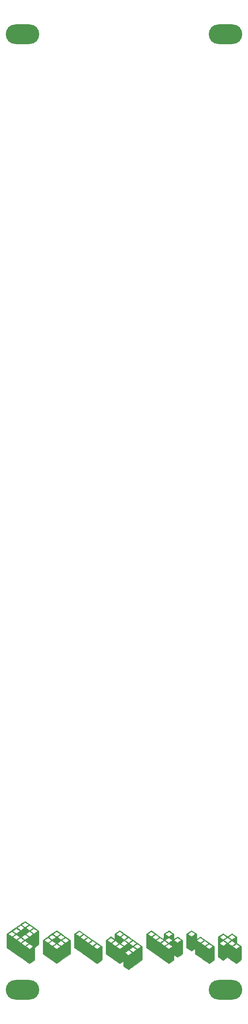
<source format=gbr>
%TF.GenerationSoftware,KiCad,Pcbnew,5.1.10-88a1d61d58~90~ubuntu21.04.1*%
%TF.CreationDate,2021-10-21T11:16:34+02:00*%
%TF.ProjectId,panel-blank-5cm,70616e65-6c2d-4626-9c61-6e6b2d35636d,rev?*%
%TF.SameCoordinates,Original*%
%TF.FileFunction,Soldermask,Top*%
%TF.FilePolarity,Negative*%
%FSLAX46Y46*%
G04 Gerber Fmt 4.6, Leading zero omitted, Abs format (unit mm)*
G04 Created by KiCad (PCBNEW 5.1.10-88a1d61d58~90~ubuntu21.04.1) date 2021-10-21 11:16:34*
%MOMM*%
%LPD*%
G01*
G04 APERTURE LIST*
%ADD10C,0.010000*%
%ADD11O,6.800000X4.000000*%
G04 APERTURE END LIST*
D10*
%TO.C,G\u002A\u002A\u002A*%
G36*
X64249576Y-235048542D02*
G01*
X64293306Y-235079237D01*
X64379589Y-235140122D01*
X64504943Y-235228730D01*
X64665883Y-235342593D01*
X64858925Y-235479245D01*
X65080585Y-235636217D01*
X65327380Y-235811044D01*
X65595826Y-236001258D01*
X65882438Y-236204391D01*
X66183733Y-236417976D01*
X66496227Y-236639546D01*
X66538111Y-236669247D01*
X68683000Y-238190255D01*
X68690318Y-239571294D01*
X68697637Y-240952334D01*
X67321541Y-241926586D01*
X67073432Y-242102179D01*
X66838684Y-242268194D01*
X66621404Y-242421735D01*
X66425698Y-242559905D01*
X66255675Y-242679807D01*
X66115442Y-242778545D01*
X66009106Y-242853221D01*
X65940775Y-242900940D01*
X65914746Y-242918699D01*
X65883703Y-242908379D01*
X65813833Y-242869554D01*
X65712159Y-242806636D01*
X65585707Y-242724035D01*
X65441501Y-242626164D01*
X65372083Y-242577891D01*
X64860119Y-242219223D01*
X64858889Y-241162919D01*
X64488099Y-241422960D01*
X64362296Y-241510797D01*
X64253585Y-241585958D01*
X64169930Y-241642996D01*
X64119296Y-241676465D01*
X64107877Y-241683000D01*
X64083780Y-241667171D01*
X64017596Y-241621553D01*
X63913321Y-241548949D01*
X63774952Y-241452163D01*
X63606484Y-241333998D01*
X63411916Y-241197256D01*
X63195242Y-241044742D01*
X62960459Y-240879259D01*
X62711565Y-240703610D01*
X62700667Y-240695914D01*
X61302889Y-239708829D01*
X61302889Y-239447892D01*
X65173832Y-239447892D01*
X65193399Y-239469369D01*
X65249457Y-239516505D01*
X65332525Y-239582208D01*
X65433120Y-239659387D01*
X65541762Y-239740951D01*
X65648968Y-239819809D01*
X65745258Y-239888870D01*
X65821149Y-239941044D01*
X65867161Y-239969238D01*
X65874889Y-239972196D01*
X65901646Y-239957343D01*
X65966060Y-239915335D01*
X66059816Y-239851771D01*
X66174601Y-239772249D01*
X66239121Y-239726955D01*
X66360794Y-239639488D01*
X66464159Y-239561978D01*
X66541180Y-239500707D01*
X66583819Y-239461957D01*
X66589737Y-239452909D01*
X66568539Y-239429701D01*
X66511085Y-239380925D01*
X66427027Y-239313854D01*
X66326015Y-239235762D01*
X66217699Y-239153925D01*
X66111730Y-239075615D01*
X66017758Y-239008108D01*
X65945435Y-238958676D01*
X65904410Y-238934595D01*
X65900538Y-238933421D01*
X65871499Y-238948044D01*
X65806847Y-238989292D01*
X65716359Y-239050242D01*
X65609816Y-239123972D01*
X65496995Y-239203559D01*
X65387675Y-239282078D01*
X65291636Y-239352609D01*
X65218656Y-239408227D01*
X65178514Y-239442010D01*
X65173832Y-239447892D01*
X61302889Y-239447892D01*
X61302889Y-238843208D01*
X66059465Y-238843208D01*
X66098962Y-238875611D01*
X66172134Y-238929432D01*
X66268789Y-238997755D01*
X66378737Y-239073666D01*
X66491785Y-239150248D01*
X66597742Y-239220587D01*
X66686418Y-239277766D01*
X66747620Y-239314871D01*
X66770166Y-239325467D01*
X66804259Y-239310325D01*
X66875339Y-239267949D01*
X66974517Y-239203989D01*
X67092903Y-239124096D01*
X67157148Y-239079500D01*
X67279110Y-238993179D01*
X67382782Y-238918133D01*
X67460189Y-238860267D01*
X67503358Y-238825487D01*
X67509630Y-238818445D01*
X67487331Y-238794160D01*
X67427044Y-238746658D01*
X67338684Y-238682577D01*
X67232166Y-238608555D01*
X67117405Y-238531229D01*
X67004317Y-238457238D01*
X66902816Y-238393218D01*
X66822817Y-238345807D01*
X66774235Y-238321643D01*
X66765259Y-238320125D01*
X66721526Y-238344421D01*
X66647446Y-238393176D01*
X66552308Y-238459506D01*
X66445404Y-238536524D01*
X66336025Y-238617345D01*
X66233461Y-238695083D01*
X66147003Y-238762853D01*
X66085941Y-238813769D01*
X66059566Y-238840946D01*
X66059465Y-238843208D01*
X61302889Y-238843208D01*
X61302889Y-238202146D01*
X63360860Y-238202146D01*
X63735831Y-238464533D01*
X64110803Y-238726921D01*
X64266124Y-238614856D01*
X64366585Y-238542865D01*
X64489146Y-238455736D01*
X64609630Y-238370648D01*
X64626056Y-238359104D01*
X64717050Y-238293469D01*
X64787064Y-238239660D01*
X64825627Y-238205878D01*
X64829933Y-238199431D01*
X64829237Y-238198503D01*
X66961445Y-238198503D01*
X66983065Y-238221434D01*
X67041394Y-238269243D01*
X67126636Y-238334822D01*
X67228995Y-238411061D01*
X67338675Y-238490853D01*
X67445879Y-238567086D01*
X67540811Y-238632654D01*
X67613676Y-238680445D01*
X67654676Y-238703352D01*
X67658497Y-238704350D01*
X67687173Y-238689347D01*
X67753596Y-238647127D01*
X67849502Y-238583167D01*
X67966626Y-238502940D01*
X68045911Y-238447686D01*
X68413606Y-238189816D01*
X68043336Y-237926124D01*
X67673067Y-237662432D01*
X67543033Y-237756898D01*
X67460092Y-237816829D01*
X67350173Y-237895820D01*
X67232294Y-237980214D01*
X67187222Y-238012390D01*
X67091174Y-238083291D01*
X67015442Y-238143757D01*
X66970013Y-238185558D01*
X66961445Y-238198503D01*
X64829237Y-238198503D01*
X64820850Y-238187336D01*
X64791189Y-238161732D01*
X64736439Y-238119249D01*
X64652092Y-238056515D01*
X64533639Y-237970161D01*
X64376571Y-237856814D01*
X64249978Y-237765880D01*
X64106733Y-237663111D01*
X63826644Y-237863288D01*
X63707731Y-237948522D01*
X63596562Y-238028643D01*
X63506307Y-238094136D01*
X63453708Y-238132806D01*
X63360860Y-238202146D01*
X61302889Y-238202146D01*
X61302889Y-237571717D01*
X62489540Y-237571717D01*
X62511611Y-237593393D01*
X62570403Y-237640142D01*
X62656192Y-237704959D01*
X62759256Y-237780839D01*
X62869871Y-237860777D01*
X62978316Y-237937766D01*
X63074868Y-238004802D01*
X63149803Y-238054879D01*
X63193400Y-238080992D01*
X63199386Y-238083169D01*
X63228060Y-238068267D01*
X63294478Y-238026135D01*
X63390377Y-237962243D01*
X63507493Y-237882059D01*
X63586800Y-237826797D01*
X63930095Y-237586039D01*
X64294954Y-237586039D01*
X64300485Y-237594392D01*
X64350172Y-237636362D01*
X64430735Y-237696685D01*
X64532147Y-237768658D01*
X64644382Y-237845579D01*
X64757415Y-237920745D01*
X64861218Y-237987453D01*
X64945767Y-238039002D01*
X65001034Y-238068688D01*
X65016524Y-238073079D01*
X65049259Y-238053400D01*
X65118902Y-238006772D01*
X65216593Y-237939280D01*
X65333468Y-237857006D01*
X65391575Y-237815626D01*
X65510842Y-237729600D01*
X65611100Y-237655779D01*
X65684617Y-237599977D01*
X65723660Y-237568008D01*
X65727829Y-237562769D01*
X65723901Y-237559909D01*
X66069327Y-237559909D01*
X66086631Y-237585398D01*
X66142064Y-237634274D01*
X66226000Y-237699834D01*
X66328814Y-237775376D01*
X66440878Y-237854197D01*
X66552567Y-237929595D01*
X66654255Y-237994866D01*
X66736315Y-238043310D01*
X66789122Y-238068222D01*
X66801560Y-238069754D01*
X66836920Y-238049198D01*
X66908772Y-238001678D01*
X67007962Y-237933434D01*
X67125338Y-237850709D01*
X67177808Y-237813182D01*
X67294776Y-237726805D01*
X67391045Y-237651158D01*
X67459227Y-237592417D01*
X67491935Y-237556760D01*
X67492915Y-237549699D01*
X67461425Y-237525949D01*
X67394264Y-237477293D01*
X67301932Y-237411288D01*
X67215445Y-237349973D01*
X67101620Y-237269256D01*
X66995837Y-237193700D01*
X66912197Y-237133404D01*
X66874214Y-237105566D01*
X66786983Y-237040597D01*
X66433652Y-237287465D01*
X66310334Y-237374744D01*
X66204290Y-237451917D01*
X66123846Y-237512758D01*
X66077323Y-237551045D01*
X66069327Y-237559909D01*
X65723901Y-237559909D01*
X65703274Y-237544893D01*
X65640818Y-237499922D01*
X65548466Y-237433607D01*
X65434223Y-237351698D01*
X65360437Y-237298847D01*
X65001208Y-237041628D01*
X64632700Y-237300069D01*
X64491699Y-237400270D01*
X64392696Y-237474297D01*
X64330419Y-237526820D01*
X64299596Y-237562510D01*
X64294954Y-237586039D01*
X63930095Y-237586039D01*
X63954495Y-237568927D01*
X63212829Y-237040741D01*
X63125692Y-237105990D01*
X63067365Y-237148366D01*
X62975839Y-237213376D01*
X62864398Y-237291637D01*
X62763389Y-237361947D01*
X62656378Y-237437697D01*
X62569028Y-237502549D01*
X62510398Y-237549565D01*
X62489540Y-237571717D01*
X61302889Y-237571717D01*
X61302889Y-236955459D01*
X61604016Y-236955459D01*
X61634390Y-236978289D01*
X61702432Y-237027082D01*
X61799416Y-237095651D01*
X61916618Y-237177809D01*
X61977360Y-237220163D01*
X62123632Y-237318991D01*
X62238432Y-237390269D01*
X62317596Y-237431598D01*
X62356963Y-237440578D01*
X62358360Y-237439758D01*
X62391743Y-237415599D01*
X62462166Y-237365644D01*
X62560391Y-237296414D01*
X62677183Y-237214430D01*
X62721056Y-237183706D01*
X62839137Y-237099757D01*
X62938518Y-237026606D01*
X63010986Y-236970494D01*
X63048324Y-236937666D01*
X63049785Y-236935371D01*
X65142287Y-236935371D01*
X65514065Y-237197855D01*
X65641287Y-237285378D01*
X65753528Y-237358268D01*
X65842401Y-237411417D01*
X65899518Y-237439720D01*
X65915644Y-237442373D01*
X65948372Y-237420281D01*
X66017976Y-237371832D01*
X66115351Y-237303407D01*
X66231395Y-237221389D01*
X66277056Y-237189006D01*
X66394889Y-237103986D01*
X66494114Y-237029774D01*
X66566571Y-236972678D01*
X66604102Y-236939005D01*
X66607508Y-236933524D01*
X66585603Y-236912580D01*
X66527057Y-236866440D01*
X66441584Y-236802116D01*
X66338895Y-236726621D01*
X66228705Y-236646965D01*
X66120727Y-236570161D01*
X66024673Y-236503219D01*
X65950256Y-236453153D01*
X65907191Y-236426972D01*
X65903536Y-236425344D01*
X65874080Y-236437923D01*
X65807008Y-236478055D01*
X65710597Y-236540437D01*
X65593128Y-236619766D01*
X65511842Y-236676197D01*
X65142287Y-236935371D01*
X63049785Y-236935371D01*
X63051591Y-236932535D01*
X63029414Y-236908326D01*
X62972200Y-236862923D01*
X62892168Y-236805999D01*
X62889313Y-236804059D01*
X62785102Y-236732854D01*
X62659861Y-236646578D01*
X62538765Y-236562578D01*
X62525918Y-236553622D01*
X62323725Y-236412571D01*
X61952156Y-236673446D01*
X61828593Y-236762398D01*
X61725348Y-236840965D01*
X61649605Y-236903328D01*
X61608551Y-236943665D01*
X61604016Y-236955459D01*
X61302889Y-236955459D01*
X61302889Y-236930342D01*
X61813947Y-236564627D01*
X62325006Y-236198911D01*
X62695892Y-236464983D01*
X63066778Y-236731054D01*
X63078048Y-236303417D01*
X64261277Y-236303417D01*
X64450588Y-236439098D01*
X64567457Y-236523431D01*
X64692312Y-236614417D01*
X64798238Y-236692442D01*
X64798783Y-236692846D01*
X64882993Y-236752120D01*
X64952528Y-236795119D01*
X64992655Y-236812753D01*
X64993172Y-236812791D01*
X65029164Y-236797889D01*
X65099850Y-236756023D01*
X65194586Y-236693849D01*
X65289506Y-236627541D01*
X65405046Y-236544421D01*
X65513291Y-236466145D01*
X65600237Y-236402862D01*
X65643374Y-236371100D01*
X65736414Y-236301784D01*
X65380644Y-236050226D01*
X65256362Y-235963433D01*
X65147705Y-235889597D01*
X65063206Y-235834356D01*
X65011396Y-235803349D01*
X65000000Y-235798667D01*
X64969475Y-235814192D01*
X64901620Y-235857014D01*
X64804953Y-235921504D01*
X64687989Y-236002031D01*
X64618201Y-236051042D01*
X64261277Y-236303417D01*
X63078048Y-236303417D01*
X63080889Y-236195643D01*
X63094792Y-235668109D01*
X63392814Y-235668109D01*
X63411930Y-235693929D01*
X63468898Y-235743305D01*
X63553993Y-235809428D01*
X63657489Y-235885484D01*
X63769660Y-235964663D01*
X63880780Y-236040151D01*
X63981123Y-236105139D01*
X64060964Y-236152813D01*
X64110577Y-236176361D01*
X64120022Y-236177431D01*
X64155256Y-236157830D01*
X64227475Y-236111584D01*
X64327620Y-236044693D01*
X64446632Y-235963159D01*
X64507661Y-235920678D01*
X64628547Y-235835474D01*
X64730504Y-235762404D01*
X64805742Y-235707147D01*
X64846473Y-235675383D01*
X64851417Y-235670024D01*
X64824047Y-235650213D01*
X64760343Y-235605186D01*
X64670320Y-235541940D01*
X64563994Y-235467474D01*
X64451380Y-235388783D01*
X64342495Y-235312865D01*
X64247354Y-235246718D01*
X64175972Y-235197338D01*
X64138365Y-235171722D01*
X64135873Y-235170124D01*
X64104789Y-235179584D01*
X64037968Y-235215709D01*
X63945266Y-235271892D01*
X63836542Y-235341528D01*
X63721653Y-235418010D01*
X63610457Y-235494731D01*
X63512812Y-235565086D01*
X63438576Y-235622466D01*
X63397606Y-235660267D01*
X63392814Y-235668109D01*
X63094792Y-235668109D01*
X63095000Y-235660233D01*
X64105930Y-234948845D01*
X64249576Y-235048542D01*
G37*
X64249576Y-235048542D02*
X64293306Y-235079237D01*
X64379589Y-235140122D01*
X64504943Y-235228730D01*
X64665883Y-235342593D01*
X64858925Y-235479245D01*
X65080585Y-235636217D01*
X65327380Y-235811044D01*
X65595826Y-236001258D01*
X65882438Y-236204391D01*
X66183733Y-236417976D01*
X66496227Y-236639546D01*
X66538111Y-236669247D01*
X68683000Y-238190255D01*
X68690318Y-239571294D01*
X68697637Y-240952334D01*
X67321541Y-241926586D01*
X67073432Y-242102179D01*
X66838684Y-242268194D01*
X66621404Y-242421735D01*
X66425698Y-242559905D01*
X66255675Y-242679807D01*
X66115442Y-242778545D01*
X66009106Y-242853221D01*
X65940775Y-242900940D01*
X65914746Y-242918699D01*
X65883703Y-242908379D01*
X65813833Y-242869554D01*
X65712159Y-242806636D01*
X65585707Y-242724035D01*
X65441501Y-242626164D01*
X65372083Y-242577891D01*
X64860119Y-242219223D01*
X64858889Y-241162919D01*
X64488099Y-241422960D01*
X64362296Y-241510797D01*
X64253585Y-241585958D01*
X64169930Y-241642996D01*
X64119296Y-241676465D01*
X64107877Y-241683000D01*
X64083780Y-241667171D01*
X64017596Y-241621553D01*
X63913321Y-241548949D01*
X63774952Y-241452163D01*
X63606484Y-241333998D01*
X63411916Y-241197256D01*
X63195242Y-241044742D01*
X62960459Y-240879259D01*
X62711565Y-240703610D01*
X62700667Y-240695914D01*
X61302889Y-239708829D01*
X61302889Y-239447892D01*
X65173832Y-239447892D01*
X65193399Y-239469369D01*
X65249457Y-239516505D01*
X65332525Y-239582208D01*
X65433120Y-239659387D01*
X65541762Y-239740951D01*
X65648968Y-239819809D01*
X65745258Y-239888870D01*
X65821149Y-239941044D01*
X65867161Y-239969238D01*
X65874889Y-239972196D01*
X65901646Y-239957343D01*
X65966060Y-239915335D01*
X66059816Y-239851771D01*
X66174601Y-239772249D01*
X66239121Y-239726955D01*
X66360794Y-239639488D01*
X66464159Y-239561978D01*
X66541180Y-239500707D01*
X66583819Y-239461957D01*
X66589737Y-239452909D01*
X66568539Y-239429701D01*
X66511085Y-239380925D01*
X66427027Y-239313854D01*
X66326015Y-239235762D01*
X66217699Y-239153925D01*
X66111730Y-239075615D01*
X66017758Y-239008108D01*
X65945435Y-238958676D01*
X65904410Y-238934595D01*
X65900538Y-238933421D01*
X65871499Y-238948044D01*
X65806847Y-238989292D01*
X65716359Y-239050242D01*
X65609816Y-239123972D01*
X65496995Y-239203559D01*
X65387675Y-239282078D01*
X65291636Y-239352609D01*
X65218656Y-239408227D01*
X65178514Y-239442010D01*
X65173832Y-239447892D01*
X61302889Y-239447892D01*
X61302889Y-238843208D01*
X66059465Y-238843208D01*
X66098962Y-238875611D01*
X66172134Y-238929432D01*
X66268789Y-238997755D01*
X66378737Y-239073666D01*
X66491785Y-239150248D01*
X66597742Y-239220587D01*
X66686418Y-239277766D01*
X66747620Y-239314871D01*
X66770166Y-239325467D01*
X66804259Y-239310325D01*
X66875339Y-239267949D01*
X66974517Y-239203989D01*
X67092903Y-239124096D01*
X67157148Y-239079500D01*
X67279110Y-238993179D01*
X67382782Y-238918133D01*
X67460189Y-238860267D01*
X67503358Y-238825487D01*
X67509630Y-238818445D01*
X67487331Y-238794160D01*
X67427044Y-238746658D01*
X67338684Y-238682577D01*
X67232166Y-238608555D01*
X67117405Y-238531229D01*
X67004317Y-238457238D01*
X66902816Y-238393218D01*
X66822817Y-238345807D01*
X66774235Y-238321643D01*
X66765259Y-238320125D01*
X66721526Y-238344421D01*
X66647446Y-238393176D01*
X66552308Y-238459506D01*
X66445404Y-238536524D01*
X66336025Y-238617345D01*
X66233461Y-238695083D01*
X66147003Y-238762853D01*
X66085941Y-238813769D01*
X66059566Y-238840946D01*
X66059465Y-238843208D01*
X61302889Y-238843208D01*
X61302889Y-238202146D01*
X63360860Y-238202146D01*
X63735831Y-238464533D01*
X64110803Y-238726921D01*
X64266124Y-238614856D01*
X64366585Y-238542865D01*
X64489146Y-238455736D01*
X64609630Y-238370648D01*
X64626056Y-238359104D01*
X64717050Y-238293469D01*
X64787064Y-238239660D01*
X64825627Y-238205878D01*
X64829933Y-238199431D01*
X64829237Y-238198503D01*
X66961445Y-238198503D01*
X66983065Y-238221434D01*
X67041394Y-238269243D01*
X67126636Y-238334822D01*
X67228995Y-238411061D01*
X67338675Y-238490853D01*
X67445879Y-238567086D01*
X67540811Y-238632654D01*
X67613676Y-238680445D01*
X67654676Y-238703352D01*
X67658497Y-238704350D01*
X67687173Y-238689347D01*
X67753596Y-238647127D01*
X67849502Y-238583167D01*
X67966626Y-238502940D01*
X68045911Y-238447686D01*
X68413606Y-238189816D01*
X68043336Y-237926124D01*
X67673067Y-237662432D01*
X67543033Y-237756898D01*
X67460092Y-237816829D01*
X67350173Y-237895820D01*
X67232294Y-237980214D01*
X67187222Y-238012390D01*
X67091174Y-238083291D01*
X67015442Y-238143757D01*
X66970013Y-238185558D01*
X66961445Y-238198503D01*
X64829237Y-238198503D01*
X64820850Y-238187336D01*
X64791189Y-238161732D01*
X64736439Y-238119249D01*
X64652092Y-238056515D01*
X64533639Y-237970161D01*
X64376571Y-237856814D01*
X64249978Y-237765880D01*
X64106733Y-237663111D01*
X63826644Y-237863288D01*
X63707731Y-237948522D01*
X63596562Y-238028643D01*
X63506307Y-238094136D01*
X63453708Y-238132806D01*
X63360860Y-238202146D01*
X61302889Y-238202146D01*
X61302889Y-237571717D01*
X62489540Y-237571717D01*
X62511611Y-237593393D01*
X62570403Y-237640142D01*
X62656192Y-237704959D01*
X62759256Y-237780839D01*
X62869871Y-237860777D01*
X62978316Y-237937766D01*
X63074868Y-238004802D01*
X63149803Y-238054879D01*
X63193400Y-238080992D01*
X63199386Y-238083169D01*
X63228060Y-238068267D01*
X63294478Y-238026135D01*
X63390377Y-237962243D01*
X63507493Y-237882059D01*
X63586800Y-237826797D01*
X63930095Y-237586039D01*
X64294954Y-237586039D01*
X64300485Y-237594392D01*
X64350172Y-237636362D01*
X64430735Y-237696685D01*
X64532147Y-237768658D01*
X64644382Y-237845579D01*
X64757415Y-237920745D01*
X64861218Y-237987453D01*
X64945767Y-238039002D01*
X65001034Y-238068688D01*
X65016524Y-238073079D01*
X65049259Y-238053400D01*
X65118902Y-238006772D01*
X65216593Y-237939280D01*
X65333468Y-237857006D01*
X65391575Y-237815626D01*
X65510842Y-237729600D01*
X65611100Y-237655779D01*
X65684617Y-237599977D01*
X65723660Y-237568008D01*
X65727829Y-237562769D01*
X65723901Y-237559909D01*
X66069327Y-237559909D01*
X66086631Y-237585398D01*
X66142064Y-237634274D01*
X66226000Y-237699834D01*
X66328814Y-237775376D01*
X66440878Y-237854197D01*
X66552567Y-237929595D01*
X66654255Y-237994866D01*
X66736315Y-238043310D01*
X66789122Y-238068222D01*
X66801560Y-238069754D01*
X66836920Y-238049198D01*
X66908772Y-238001678D01*
X67007962Y-237933434D01*
X67125338Y-237850709D01*
X67177808Y-237813182D01*
X67294776Y-237726805D01*
X67391045Y-237651158D01*
X67459227Y-237592417D01*
X67491935Y-237556760D01*
X67492915Y-237549699D01*
X67461425Y-237525949D01*
X67394264Y-237477293D01*
X67301932Y-237411288D01*
X67215445Y-237349973D01*
X67101620Y-237269256D01*
X66995837Y-237193700D01*
X66912197Y-237133404D01*
X66874214Y-237105566D01*
X66786983Y-237040597D01*
X66433652Y-237287465D01*
X66310334Y-237374744D01*
X66204290Y-237451917D01*
X66123846Y-237512758D01*
X66077323Y-237551045D01*
X66069327Y-237559909D01*
X65723901Y-237559909D01*
X65703274Y-237544893D01*
X65640818Y-237499922D01*
X65548466Y-237433607D01*
X65434223Y-237351698D01*
X65360437Y-237298847D01*
X65001208Y-237041628D01*
X64632700Y-237300069D01*
X64491699Y-237400270D01*
X64392696Y-237474297D01*
X64330419Y-237526820D01*
X64299596Y-237562510D01*
X64294954Y-237586039D01*
X63930095Y-237586039D01*
X63954495Y-237568927D01*
X63212829Y-237040741D01*
X63125692Y-237105990D01*
X63067365Y-237148366D01*
X62975839Y-237213376D01*
X62864398Y-237291637D01*
X62763389Y-237361947D01*
X62656378Y-237437697D01*
X62569028Y-237502549D01*
X62510398Y-237549565D01*
X62489540Y-237571717D01*
X61302889Y-237571717D01*
X61302889Y-236955459D01*
X61604016Y-236955459D01*
X61634390Y-236978289D01*
X61702432Y-237027082D01*
X61799416Y-237095651D01*
X61916618Y-237177809D01*
X61977360Y-237220163D01*
X62123632Y-237318991D01*
X62238432Y-237390269D01*
X62317596Y-237431598D01*
X62356963Y-237440578D01*
X62358360Y-237439758D01*
X62391743Y-237415599D01*
X62462166Y-237365644D01*
X62560391Y-237296414D01*
X62677183Y-237214430D01*
X62721056Y-237183706D01*
X62839137Y-237099757D01*
X62938518Y-237026606D01*
X63010986Y-236970494D01*
X63048324Y-236937666D01*
X63049785Y-236935371D01*
X65142287Y-236935371D01*
X65514065Y-237197855D01*
X65641287Y-237285378D01*
X65753528Y-237358268D01*
X65842401Y-237411417D01*
X65899518Y-237439720D01*
X65915644Y-237442373D01*
X65948372Y-237420281D01*
X66017976Y-237371832D01*
X66115351Y-237303407D01*
X66231395Y-237221389D01*
X66277056Y-237189006D01*
X66394889Y-237103986D01*
X66494114Y-237029774D01*
X66566571Y-236972678D01*
X66604102Y-236939005D01*
X66607508Y-236933524D01*
X66585603Y-236912580D01*
X66527057Y-236866440D01*
X66441584Y-236802116D01*
X66338895Y-236726621D01*
X66228705Y-236646965D01*
X66120727Y-236570161D01*
X66024673Y-236503219D01*
X65950256Y-236453153D01*
X65907191Y-236426972D01*
X65903536Y-236425344D01*
X65874080Y-236437923D01*
X65807008Y-236478055D01*
X65710597Y-236540437D01*
X65593128Y-236619766D01*
X65511842Y-236676197D01*
X65142287Y-236935371D01*
X63049785Y-236935371D01*
X63051591Y-236932535D01*
X63029414Y-236908326D01*
X62972200Y-236862923D01*
X62892168Y-236805999D01*
X62889313Y-236804059D01*
X62785102Y-236732854D01*
X62659861Y-236646578D01*
X62538765Y-236562578D01*
X62525918Y-236553622D01*
X62323725Y-236412571D01*
X61952156Y-236673446D01*
X61828593Y-236762398D01*
X61725348Y-236840965D01*
X61649605Y-236903328D01*
X61608551Y-236943665D01*
X61604016Y-236955459D01*
X61302889Y-236955459D01*
X61302889Y-236930342D01*
X61813947Y-236564627D01*
X62325006Y-236198911D01*
X62695892Y-236464983D01*
X63066778Y-236731054D01*
X63078048Y-236303417D01*
X64261277Y-236303417D01*
X64450588Y-236439098D01*
X64567457Y-236523431D01*
X64692312Y-236614417D01*
X64798238Y-236692442D01*
X64798783Y-236692846D01*
X64882993Y-236752120D01*
X64952528Y-236795119D01*
X64992655Y-236812753D01*
X64993172Y-236812791D01*
X65029164Y-236797889D01*
X65099850Y-236756023D01*
X65194586Y-236693849D01*
X65289506Y-236627541D01*
X65405046Y-236544421D01*
X65513291Y-236466145D01*
X65600237Y-236402862D01*
X65643374Y-236371100D01*
X65736414Y-236301784D01*
X65380644Y-236050226D01*
X65256362Y-235963433D01*
X65147705Y-235889597D01*
X65063206Y-235834356D01*
X65011396Y-235803349D01*
X65000000Y-235798667D01*
X64969475Y-235814192D01*
X64901620Y-235857014D01*
X64804953Y-235921504D01*
X64687989Y-236002031D01*
X64618201Y-236051042D01*
X64261277Y-236303417D01*
X63078048Y-236303417D01*
X63080889Y-236195643D01*
X63094792Y-235668109D01*
X63392814Y-235668109D01*
X63411930Y-235693929D01*
X63468898Y-235743305D01*
X63553993Y-235809428D01*
X63657489Y-235885484D01*
X63769660Y-235964663D01*
X63880780Y-236040151D01*
X63981123Y-236105139D01*
X64060964Y-236152813D01*
X64110577Y-236176361D01*
X64120022Y-236177431D01*
X64155256Y-236157830D01*
X64227475Y-236111584D01*
X64327620Y-236044693D01*
X64446632Y-235963159D01*
X64507661Y-235920678D01*
X64628547Y-235835474D01*
X64730504Y-235762404D01*
X64805742Y-235707147D01*
X64846473Y-235675383D01*
X64851417Y-235670024D01*
X64824047Y-235650213D01*
X64760343Y-235605186D01*
X64670320Y-235541940D01*
X64563994Y-235467474D01*
X64451380Y-235388783D01*
X64342495Y-235312865D01*
X64247354Y-235246718D01*
X64175972Y-235197338D01*
X64138365Y-235171722D01*
X64135873Y-235170124D01*
X64104789Y-235179584D01*
X64037968Y-235215709D01*
X63945266Y-235271892D01*
X63836542Y-235341528D01*
X63721653Y-235418010D01*
X63610457Y-235494731D01*
X63512812Y-235565086D01*
X63438576Y-235622466D01*
X63397606Y-235660267D01*
X63392814Y-235668109D01*
X63094792Y-235668109D01*
X63095000Y-235660233D01*
X64105930Y-234948845D01*
X64249576Y-235048542D01*
G36*
X51366859Y-235000487D02*
G01*
X51403598Y-235025766D01*
X51481983Y-235080651D01*
X51597650Y-235162054D01*
X51746229Y-235266890D01*
X51923356Y-235392073D01*
X52124662Y-235534518D01*
X52345782Y-235691138D01*
X52582347Y-235858847D01*
X52775281Y-235995729D01*
X54106747Y-236940679D01*
X54092111Y-239706093D01*
X52817952Y-240609880D01*
X52575803Y-240781665D01*
X52344246Y-240945978D01*
X52127978Y-241099486D01*
X51931694Y-241238854D01*
X51760088Y-241360746D01*
X51617856Y-241461829D01*
X51509693Y-241538768D01*
X51440295Y-241588227D01*
X51420342Y-241602514D01*
X51296892Y-241691361D01*
X49893186Y-240699823D01*
X48489481Y-239708285D01*
X48496796Y-238314022D01*
X48497384Y-238201742D01*
X50547394Y-238201742D01*
X50922654Y-238464331D01*
X51297914Y-238726921D01*
X51453235Y-238614856D01*
X51553696Y-238542865D01*
X51676257Y-238455736D01*
X51796741Y-238370648D01*
X51813167Y-238359104D01*
X51904164Y-238293468D01*
X51974186Y-238239659D01*
X52012761Y-238205877D01*
X52017072Y-238199431D01*
X51994240Y-238173934D01*
X51933416Y-238125414D01*
X51844541Y-238060532D01*
X51737561Y-237985947D01*
X51622419Y-237908320D01*
X51509060Y-237834310D01*
X51407426Y-237770577D01*
X51327462Y-237723782D01*
X51279113Y-237700584D01*
X51270611Y-237699485D01*
X51235377Y-237720248D01*
X51163440Y-237767783D01*
X51063917Y-237835899D01*
X50945925Y-237918402D01*
X50890370Y-237957763D01*
X50547394Y-238201742D01*
X48497384Y-238201742D01*
X48500687Y-237572237D01*
X49676161Y-237572237D01*
X49698147Y-237592696D01*
X49757145Y-237638069D01*
X49843486Y-237701542D01*
X49947500Y-237776301D01*
X50059518Y-237855530D01*
X50169869Y-237932414D01*
X50268884Y-238000140D01*
X50346893Y-238051893D01*
X50394227Y-238080858D01*
X50403287Y-238084667D01*
X50429399Y-238069151D01*
X50493298Y-238026308D01*
X50586897Y-237961698D01*
X50702108Y-237880881D01*
X50778353Y-237826847D01*
X51116892Y-237586039D01*
X51482065Y-237586039D01*
X51487596Y-237594392D01*
X51537283Y-237636362D01*
X51617846Y-237696685D01*
X51719258Y-237768658D01*
X51831493Y-237845579D01*
X51944526Y-237920745D01*
X52048329Y-237987453D01*
X52132878Y-238039002D01*
X52188146Y-238068688D01*
X52203635Y-238073079D01*
X52236370Y-238053400D01*
X52306013Y-238006772D01*
X52403704Y-237939280D01*
X52520579Y-237857006D01*
X52578686Y-237815626D01*
X52697953Y-237729600D01*
X52798211Y-237655779D01*
X52871728Y-237599977D01*
X52910772Y-237568008D01*
X52914940Y-237562769D01*
X52890385Y-237544893D01*
X52827929Y-237499922D01*
X52735577Y-237433607D01*
X52621334Y-237351698D01*
X52547548Y-237298847D01*
X52188319Y-237041628D01*
X51819811Y-237300069D01*
X51678810Y-237400270D01*
X51579807Y-237474297D01*
X51517531Y-237526820D01*
X51486707Y-237562510D01*
X51482065Y-237586039D01*
X51116892Y-237586039D01*
X51140810Y-237569026D01*
X51036016Y-237493805D01*
X50969596Y-237446675D01*
X50871240Y-237377553D01*
X50755415Y-237296582D01*
X50661141Y-237230955D01*
X50391059Y-237043326D01*
X50033196Y-237298510D01*
X49910584Y-237387107D01*
X49806181Y-237464769D01*
X49727823Y-237525489D01*
X49683347Y-237563257D01*
X49676161Y-237572237D01*
X48500687Y-237572237D01*
X48503988Y-236943104D01*
X48779194Y-236943104D01*
X48803494Y-236960679D01*
X48865945Y-237005101D01*
X48958559Y-237070707D01*
X49073344Y-237151833D01*
X49149545Y-237205611D01*
X49512757Y-237461809D01*
X49699878Y-237329857D01*
X49815929Y-237247808D01*
X49939394Y-237160183D01*
X50042222Y-237086896D01*
X50124486Y-237027498D01*
X50188984Y-236979891D01*
X50220915Y-236955062D01*
X50206974Y-236935605D01*
X52329728Y-236935605D01*
X52702105Y-237198512D01*
X52840862Y-237296177D01*
X52941440Y-237365101D01*
X53011764Y-237409104D01*
X53059762Y-237432005D01*
X53093359Y-237437623D01*
X53120482Y-237429778D01*
X53147662Y-237413209D01*
X53199311Y-237378499D01*
X53285291Y-237319993D01*
X53393484Y-237245961D01*
X53507751Y-237167445D01*
X53617474Y-237090520D01*
X53707917Y-237024499D01*
X53770114Y-236976116D01*
X53795095Y-236952107D01*
X53795218Y-236951528D01*
X53773935Y-236931149D01*
X53716087Y-236885097D01*
X53631154Y-236820348D01*
X53528614Y-236743876D01*
X53417948Y-236662659D01*
X53308634Y-236583670D01*
X53210151Y-236513885D01*
X53131979Y-236460281D01*
X53096715Y-236437521D01*
X53058525Y-236444818D01*
X52979503Y-236486273D01*
X52862445Y-236560230D01*
X52710145Y-236665032D01*
X52695302Y-236675567D01*
X52329728Y-236935605D01*
X50206974Y-236935605D01*
X50205911Y-236934122D01*
X50153869Y-236887491D01*
X50073835Y-236822068D01*
X49974856Y-236744752D01*
X49865979Y-236662440D01*
X49756253Y-236582032D01*
X49654722Y-236510425D01*
X49570436Y-236454517D01*
X49540715Y-236436419D01*
X49503439Y-236444314D01*
X49426382Y-236484876D01*
X49313858Y-236555535D01*
X49170178Y-236653720D01*
X49138465Y-236676162D01*
X49014987Y-236764668D01*
X48910165Y-236841092D01*
X48831551Y-236899823D01*
X48786696Y-236935251D01*
X48779194Y-236943104D01*
X48503988Y-236943104D01*
X48504111Y-236919760D01*
X49363193Y-236312386D01*
X49676409Y-236312386D01*
X49697852Y-236334500D01*
X49756478Y-236381027D01*
X49842492Y-236445091D01*
X49946098Y-236519813D01*
X50057503Y-236598317D01*
X50166912Y-236673725D01*
X50264530Y-236739161D01*
X50340562Y-236787746D01*
X50385213Y-236812605D01*
X50391433Y-236814429D01*
X50422021Y-236799074D01*
X50489915Y-236756612D01*
X50586464Y-236692706D01*
X50703020Y-236613022D01*
X50765378Y-236569537D01*
X50886807Y-236483114D01*
X50989888Y-236407451D01*
X51066597Y-236348620D01*
X51108913Y-236312694D01*
X51113529Y-236306667D01*
X51454072Y-236306667D01*
X51476037Y-236328466D01*
X51535214Y-236374719D01*
X51621832Y-236438600D01*
X51726118Y-236513283D01*
X51838302Y-236591939D01*
X51948611Y-236667743D01*
X52047275Y-236733868D01*
X52124520Y-236783487D01*
X52170577Y-236809774D01*
X52177707Y-236812216D01*
X52211365Y-236797692D01*
X52282056Y-236756060D01*
X52380827Y-236692949D01*
X52498726Y-236613985D01*
X52557989Y-236573143D01*
X52679857Y-236488231D01*
X52784272Y-236415148D01*
X52862929Y-236359732D01*
X52907525Y-236327823D01*
X52914407Y-236322557D01*
X52896912Y-236303608D01*
X52841604Y-236260139D01*
X52757850Y-236198612D01*
X52655020Y-236125487D01*
X52542481Y-236047226D01*
X52429601Y-235970290D01*
X52325750Y-235901141D01*
X52240294Y-235846240D01*
X52182604Y-235812047D01*
X52162555Y-235804008D01*
X52127597Y-235824986D01*
X52059115Y-235870677D01*
X51966803Y-235934201D01*
X51860359Y-236008679D01*
X51749477Y-236087232D01*
X51643853Y-236162981D01*
X51553183Y-236229048D01*
X51487163Y-236278554D01*
X51455488Y-236304618D01*
X51454072Y-236306667D01*
X51113529Y-236306667D01*
X51114667Y-236305182D01*
X51092709Y-236283247D01*
X51032160Y-236235423D01*
X50941006Y-236167707D01*
X50827231Y-236086093D01*
X50759670Y-236038680D01*
X50404673Y-235791405D01*
X50202281Y-235932594D01*
X50083314Y-236015196D01*
X49957250Y-236102109D01*
X49849233Y-236176006D01*
X49838687Y-236183170D01*
X49758100Y-236240419D01*
X49699946Y-236286616D01*
X49676452Y-236312026D01*
X49676409Y-236312386D01*
X49363193Y-236312386D01*
X49897007Y-235934978D01*
X50240046Y-235692448D01*
X50585371Y-235692448D01*
X50612565Y-235721830D01*
X50676683Y-235773369D01*
X50767545Y-235840205D01*
X50874972Y-235915475D01*
X50988785Y-235992320D01*
X51098804Y-236063878D01*
X51194851Y-236123288D01*
X51266745Y-236163689D01*
X51304309Y-236178220D01*
X51305753Y-236177996D01*
X51340804Y-236158635D01*
X51412801Y-236112965D01*
X51512462Y-236047062D01*
X51630506Y-235967005D01*
X51679341Y-235933384D01*
X51798791Y-235849874D01*
X51899658Y-235777593D01*
X51973747Y-235722551D01*
X52012862Y-235690762D01*
X52016889Y-235685778D01*
X51994316Y-235659745D01*
X51933564Y-235610919D01*
X51844614Y-235545943D01*
X51737447Y-235471461D01*
X51622044Y-235394116D01*
X51508386Y-235320553D01*
X51406455Y-235257415D01*
X51326231Y-235211346D01*
X51277696Y-235188990D01*
X51269349Y-235188191D01*
X51219708Y-235214792D01*
X51140989Y-235265377D01*
X51042844Y-235332835D01*
X50934923Y-235410049D01*
X50826874Y-235489905D01*
X50728349Y-235565290D01*
X50648997Y-235629088D01*
X50598468Y-235674185D01*
X50585371Y-235692448D01*
X50240046Y-235692448D01*
X51289903Y-234950195D01*
X51366859Y-235000487D01*
G37*
X51366859Y-235000487D02*
X51403598Y-235025766D01*
X51481983Y-235080651D01*
X51597650Y-235162054D01*
X51746229Y-235266890D01*
X51923356Y-235392073D01*
X52124662Y-235534518D01*
X52345782Y-235691138D01*
X52582347Y-235858847D01*
X52775281Y-235995729D01*
X54106747Y-236940679D01*
X54092111Y-239706093D01*
X52817952Y-240609880D01*
X52575803Y-240781665D01*
X52344246Y-240945978D01*
X52127978Y-241099486D01*
X51931694Y-241238854D01*
X51760088Y-241360746D01*
X51617856Y-241461829D01*
X51509693Y-241538768D01*
X51440295Y-241588227D01*
X51420342Y-241602514D01*
X51296892Y-241691361D01*
X49893186Y-240699823D01*
X48489481Y-239708285D01*
X48496796Y-238314022D01*
X48497384Y-238201742D01*
X50547394Y-238201742D01*
X50922654Y-238464331D01*
X51297914Y-238726921D01*
X51453235Y-238614856D01*
X51553696Y-238542865D01*
X51676257Y-238455736D01*
X51796741Y-238370648D01*
X51813167Y-238359104D01*
X51904164Y-238293468D01*
X51974186Y-238239659D01*
X52012761Y-238205877D01*
X52017072Y-238199431D01*
X51994240Y-238173934D01*
X51933416Y-238125414D01*
X51844541Y-238060532D01*
X51737561Y-237985947D01*
X51622419Y-237908320D01*
X51509060Y-237834310D01*
X51407426Y-237770577D01*
X51327462Y-237723782D01*
X51279113Y-237700584D01*
X51270611Y-237699485D01*
X51235377Y-237720248D01*
X51163440Y-237767783D01*
X51063917Y-237835899D01*
X50945925Y-237918402D01*
X50890370Y-237957763D01*
X50547394Y-238201742D01*
X48497384Y-238201742D01*
X48500687Y-237572237D01*
X49676161Y-237572237D01*
X49698147Y-237592696D01*
X49757145Y-237638069D01*
X49843486Y-237701542D01*
X49947500Y-237776301D01*
X50059518Y-237855530D01*
X50169869Y-237932414D01*
X50268884Y-238000140D01*
X50346893Y-238051893D01*
X50394227Y-238080858D01*
X50403287Y-238084667D01*
X50429399Y-238069151D01*
X50493298Y-238026308D01*
X50586897Y-237961698D01*
X50702108Y-237880881D01*
X50778353Y-237826847D01*
X51116892Y-237586039D01*
X51482065Y-237586039D01*
X51487596Y-237594392D01*
X51537283Y-237636362D01*
X51617846Y-237696685D01*
X51719258Y-237768658D01*
X51831493Y-237845579D01*
X51944526Y-237920745D01*
X52048329Y-237987453D01*
X52132878Y-238039002D01*
X52188146Y-238068688D01*
X52203635Y-238073079D01*
X52236370Y-238053400D01*
X52306013Y-238006772D01*
X52403704Y-237939280D01*
X52520579Y-237857006D01*
X52578686Y-237815626D01*
X52697953Y-237729600D01*
X52798211Y-237655779D01*
X52871728Y-237599977D01*
X52910772Y-237568008D01*
X52914940Y-237562769D01*
X52890385Y-237544893D01*
X52827929Y-237499922D01*
X52735577Y-237433607D01*
X52621334Y-237351698D01*
X52547548Y-237298847D01*
X52188319Y-237041628D01*
X51819811Y-237300069D01*
X51678810Y-237400270D01*
X51579807Y-237474297D01*
X51517531Y-237526820D01*
X51486707Y-237562510D01*
X51482065Y-237586039D01*
X51116892Y-237586039D01*
X51140810Y-237569026D01*
X51036016Y-237493805D01*
X50969596Y-237446675D01*
X50871240Y-237377553D01*
X50755415Y-237296582D01*
X50661141Y-237230955D01*
X50391059Y-237043326D01*
X50033196Y-237298510D01*
X49910584Y-237387107D01*
X49806181Y-237464769D01*
X49727823Y-237525489D01*
X49683347Y-237563257D01*
X49676161Y-237572237D01*
X48500687Y-237572237D01*
X48503988Y-236943104D01*
X48779194Y-236943104D01*
X48803494Y-236960679D01*
X48865945Y-237005101D01*
X48958559Y-237070707D01*
X49073344Y-237151833D01*
X49149545Y-237205611D01*
X49512757Y-237461809D01*
X49699878Y-237329857D01*
X49815929Y-237247808D01*
X49939394Y-237160183D01*
X50042222Y-237086896D01*
X50124486Y-237027498D01*
X50188984Y-236979891D01*
X50220915Y-236955062D01*
X50206974Y-236935605D01*
X52329728Y-236935605D01*
X52702105Y-237198512D01*
X52840862Y-237296177D01*
X52941440Y-237365101D01*
X53011764Y-237409104D01*
X53059762Y-237432005D01*
X53093359Y-237437623D01*
X53120482Y-237429778D01*
X53147662Y-237413209D01*
X53199311Y-237378499D01*
X53285291Y-237319993D01*
X53393484Y-237245961D01*
X53507751Y-237167445D01*
X53617474Y-237090520D01*
X53707917Y-237024499D01*
X53770114Y-236976116D01*
X53795095Y-236952107D01*
X53795218Y-236951528D01*
X53773935Y-236931149D01*
X53716087Y-236885097D01*
X53631154Y-236820348D01*
X53528614Y-236743876D01*
X53417948Y-236662659D01*
X53308634Y-236583670D01*
X53210151Y-236513885D01*
X53131979Y-236460281D01*
X53096715Y-236437521D01*
X53058525Y-236444818D01*
X52979503Y-236486273D01*
X52862445Y-236560230D01*
X52710145Y-236665032D01*
X52695302Y-236675567D01*
X52329728Y-236935605D01*
X50206974Y-236935605D01*
X50205911Y-236934122D01*
X50153869Y-236887491D01*
X50073835Y-236822068D01*
X49974856Y-236744752D01*
X49865979Y-236662440D01*
X49756253Y-236582032D01*
X49654722Y-236510425D01*
X49570436Y-236454517D01*
X49540715Y-236436419D01*
X49503439Y-236444314D01*
X49426382Y-236484876D01*
X49313858Y-236555535D01*
X49170178Y-236653720D01*
X49138465Y-236676162D01*
X49014987Y-236764668D01*
X48910165Y-236841092D01*
X48831551Y-236899823D01*
X48786696Y-236935251D01*
X48779194Y-236943104D01*
X48503988Y-236943104D01*
X48504111Y-236919760D01*
X49363193Y-236312386D01*
X49676409Y-236312386D01*
X49697852Y-236334500D01*
X49756478Y-236381027D01*
X49842492Y-236445091D01*
X49946098Y-236519813D01*
X50057503Y-236598317D01*
X50166912Y-236673725D01*
X50264530Y-236739161D01*
X50340562Y-236787746D01*
X50385213Y-236812605D01*
X50391433Y-236814429D01*
X50422021Y-236799074D01*
X50489915Y-236756612D01*
X50586464Y-236692706D01*
X50703020Y-236613022D01*
X50765378Y-236569537D01*
X50886807Y-236483114D01*
X50989888Y-236407451D01*
X51066597Y-236348620D01*
X51108913Y-236312694D01*
X51113529Y-236306667D01*
X51454072Y-236306667D01*
X51476037Y-236328466D01*
X51535214Y-236374719D01*
X51621832Y-236438600D01*
X51726118Y-236513283D01*
X51838302Y-236591939D01*
X51948611Y-236667743D01*
X52047275Y-236733868D01*
X52124520Y-236783487D01*
X52170577Y-236809774D01*
X52177707Y-236812216D01*
X52211365Y-236797692D01*
X52282056Y-236756060D01*
X52380827Y-236692949D01*
X52498726Y-236613985D01*
X52557989Y-236573143D01*
X52679857Y-236488231D01*
X52784272Y-236415148D01*
X52862929Y-236359732D01*
X52907525Y-236327823D01*
X52914407Y-236322557D01*
X52896912Y-236303608D01*
X52841604Y-236260139D01*
X52757850Y-236198612D01*
X52655020Y-236125487D01*
X52542481Y-236047226D01*
X52429601Y-235970290D01*
X52325750Y-235901141D01*
X52240294Y-235846240D01*
X52182604Y-235812047D01*
X52162555Y-235804008D01*
X52127597Y-235824986D01*
X52059115Y-235870677D01*
X51966803Y-235934201D01*
X51860359Y-236008679D01*
X51749477Y-236087232D01*
X51643853Y-236162981D01*
X51553183Y-236229048D01*
X51487163Y-236278554D01*
X51455488Y-236304618D01*
X51454072Y-236306667D01*
X51113529Y-236306667D01*
X51114667Y-236305182D01*
X51092709Y-236283247D01*
X51032160Y-236235423D01*
X50941006Y-236167707D01*
X50827231Y-236086093D01*
X50759670Y-236038680D01*
X50404673Y-235791405D01*
X50202281Y-235932594D01*
X50083314Y-236015196D01*
X49957250Y-236102109D01*
X49849233Y-236176006D01*
X49838687Y-236183170D01*
X49758100Y-236240419D01*
X49699946Y-236286616D01*
X49676452Y-236312026D01*
X49676409Y-236312386D01*
X49363193Y-236312386D01*
X49897007Y-235934978D01*
X50240046Y-235692448D01*
X50585371Y-235692448D01*
X50612565Y-235721830D01*
X50676683Y-235773369D01*
X50767545Y-235840205D01*
X50874972Y-235915475D01*
X50988785Y-235992320D01*
X51098804Y-236063878D01*
X51194851Y-236123288D01*
X51266745Y-236163689D01*
X51304309Y-236178220D01*
X51305753Y-236177996D01*
X51340804Y-236158635D01*
X51412801Y-236112965D01*
X51512462Y-236047062D01*
X51630506Y-235967005D01*
X51679341Y-235933384D01*
X51798791Y-235849874D01*
X51899658Y-235777593D01*
X51973747Y-235722551D01*
X52012862Y-235690762D01*
X52016889Y-235685778D01*
X51994316Y-235659745D01*
X51933564Y-235610919D01*
X51844614Y-235545943D01*
X51737447Y-235471461D01*
X51622044Y-235394116D01*
X51508386Y-235320553D01*
X51406455Y-235257415D01*
X51326231Y-235211346D01*
X51277696Y-235188990D01*
X51269349Y-235188191D01*
X51219708Y-235214792D01*
X51140989Y-235265377D01*
X51042844Y-235332835D01*
X50934923Y-235410049D01*
X50826874Y-235489905D01*
X50728349Y-235565290D01*
X50648997Y-235629088D01*
X50598468Y-235674185D01*
X50585371Y-235692448D01*
X50240046Y-235692448D01*
X51289903Y-234950195D01*
X51366859Y-235000487D01*
G36*
X58211595Y-236565592D02*
G01*
X60510608Y-238183445D01*
X60511637Y-239568829D01*
X60512667Y-240954214D01*
X60152833Y-241210589D01*
X60013775Y-241309731D01*
X59876982Y-241407373D01*
X59755428Y-241494248D01*
X59662085Y-241561087D01*
X59637301Y-241578880D01*
X59481602Y-241690796D01*
X57308968Y-240155738D01*
X56993260Y-239932630D01*
X56688498Y-239717164D01*
X56398128Y-239511784D01*
X56125598Y-239318932D01*
X55874354Y-239141049D01*
X55647844Y-238980577D01*
X55449513Y-238839960D01*
X55282810Y-238721638D01*
X55151180Y-238628054D01*
X55058071Y-238561650D01*
X55006929Y-238524869D01*
X55002010Y-238521259D01*
X54867686Y-238421839D01*
X54868955Y-238183488D01*
X58740622Y-238183488D01*
X58758972Y-238201180D01*
X58814504Y-238244181D01*
X58897864Y-238305856D01*
X58999701Y-238379567D01*
X59110661Y-238458678D01*
X59221392Y-238536553D01*
X59322541Y-238606555D01*
X59404755Y-238662048D01*
X59458682Y-238696394D01*
X59474589Y-238704301D01*
X59503518Y-238689158D01*
X59569566Y-238646634D01*
X59664157Y-238582485D01*
X59778716Y-238502463D01*
X59834545Y-238462774D01*
X59955050Y-238375892D01*
X60058554Y-238299831D01*
X60136606Y-238240915D01*
X60180755Y-238205465D01*
X60187271Y-238198915D01*
X60171331Y-238174852D01*
X60117963Y-238126714D01*
X60036322Y-238062301D01*
X59968426Y-238012538D01*
X59851887Y-237929457D01*
X59736096Y-237846907D01*
X59639478Y-237778026D01*
X59606926Y-237754818D01*
X59477296Y-237662398D01*
X59113037Y-237919512D01*
X58988513Y-238007474D01*
X58881258Y-238083365D01*
X58799273Y-238141510D01*
X58750564Y-238176237D01*
X58740622Y-238183488D01*
X54868955Y-238183488D01*
X54872131Y-237587486D01*
X57887530Y-237587486D01*
X57919540Y-237612828D01*
X57988795Y-237663767D01*
X58086175Y-237733712D01*
X58202556Y-237816070D01*
X58247153Y-237847352D01*
X58377873Y-237938205D01*
X58471092Y-238000323D01*
X58535253Y-238037754D01*
X58578803Y-238054546D01*
X58610187Y-238054747D01*
X58637852Y-238042405D01*
X58644923Y-238037997D01*
X58692041Y-238006137D01*
X58774036Y-237948991D01*
X58879968Y-237874242D01*
X58998901Y-237789574D01*
X59017174Y-237776502D01*
X59323946Y-237556898D01*
X58976976Y-237314154D01*
X58853651Y-237228574D01*
X58745823Y-237155063D01*
X58662316Y-237099536D01*
X58611952Y-237067906D01*
X58602260Y-237062983D01*
X58567398Y-237074203D01*
X58499883Y-237112720D01*
X58408970Y-237171744D01*
X58303911Y-237244484D01*
X58193962Y-237324149D01*
X58088376Y-237403948D01*
X57996407Y-237477089D01*
X57927308Y-237536783D01*
X57890334Y-237576237D01*
X57887530Y-237587486D01*
X54872131Y-237587486D01*
X54875010Y-237047113D01*
X54875498Y-236955459D01*
X56975572Y-236955459D01*
X57005945Y-236978289D01*
X57073987Y-237027082D01*
X57170972Y-237095651D01*
X57288174Y-237177809D01*
X57348916Y-237220163D01*
X57495188Y-237318991D01*
X57609987Y-237390269D01*
X57689151Y-237431598D01*
X57728519Y-237440578D01*
X57729916Y-237439758D01*
X57763299Y-237415599D01*
X57833721Y-237365644D01*
X57931947Y-237296414D01*
X58048739Y-237214430D01*
X58092611Y-237183706D01*
X58210692Y-237099757D01*
X58310074Y-237026606D01*
X58382541Y-236970494D01*
X58419879Y-236937666D01*
X58423146Y-236932535D01*
X58400969Y-236908326D01*
X58343755Y-236862923D01*
X58263723Y-236805999D01*
X58260869Y-236804059D01*
X58156657Y-236732854D01*
X58031416Y-236646578D01*
X57910320Y-236562578D01*
X57897473Y-236553622D01*
X57695280Y-236412571D01*
X57323712Y-236673446D01*
X57200149Y-236762398D01*
X57096904Y-236840965D01*
X57021161Y-236903328D01*
X56980107Y-236943665D01*
X56975572Y-236955459D01*
X54875498Y-236955459D01*
X54878982Y-236301336D01*
X56089455Y-236301336D01*
X56108787Y-236323359D01*
X56165235Y-236370154D01*
X56249202Y-236434813D01*
X56351087Y-236510430D01*
X56461293Y-236590098D01*
X56570218Y-236666910D01*
X56668264Y-236733959D01*
X56745832Y-236784338D01*
X56793322Y-236811141D01*
X56801559Y-236813710D01*
X56834685Y-236798739D01*
X56903382Y-236757342D01*
X56997360Y-236695997D01*
X57097892Y-236627101D01*
X57215178Y-236544687D01*
X57324885Y-236467018D01*
X57413163Y-236403930D01*
X57458929Y-236370659D01*
X57551969Y-236301784D01*
X57196200Y-236050226D01*
X57071716Y-235963394D01*
X56962622Y-235889533D01*
X56877517Y-235834292D01*
X56824998Y-235803316D01*
X56813219Y-235798667D01*
X56781814Y-235814087D01*
X56714896Y-235855720D01*
X56622462Y-235916621D01*
X56514507Y-235989848D01*
X56401031Y-236068458D01*
X56292028Y-236145508D01*
X56197497Y-236214054D01*
X56127434Y-236267154D01*
X56091836Y-236297864D01*
X56089455Y-236301336D01*
X54878982Y-236301336D01*
X54882326Y-235673528D01*
X55192778Y-235673528D01*
X55214217Y-235692498D01*
X55272176Y-235737174D01*
X55357117Y-235800635D01*
X55459502Y-235875957D01*
X55569793Y-235956217D01*
X55678452Y-236034494D01*
X55775942Y-236103864D01*
X55852724Y-236157405D01*
X55899261Y-236188193D01*
X55908383Y-236192918D01*
X55933786Y-236177951D01*
X55997154Y-236136128D01*
X56090245Y-236073011D01*
X56204816Y-235994162D01*
X56269368Y-235949332D01*
X56392413Y-235862867D01*
X56498375Y-235786975D01*
X56578846Y-235727790D01*
X56625415Y-235691446D01*
X56633342Y-235683786D01*
X56615921Y-235661349D01*
X56559362Y-235612993D01*
X56471159Y-235544603D01*
X56358805Y-235462066D01*
X56278755Y-235405284D01*
X55911129Y-235147880D01*
X55551953Y-235404671D01*
X55429192Y-235493168D01*
X55324483Y-235570046D01*
X55245638Y-235629455D01*
X55200469Y-235665548D01*
X55192778Y-235673528D01*
X54882326Y-235673528D01*
X54882333Y-235672387D01*
X55397458Y-235310063D01*
X55912582Y-234947738D01*
X58211595Y-236565592D01*
G37*
X58211595Y-236565592D02*
X60510608Y-238183445D01*
X60511637Y-239568829D01*
X60512667Y-240954214D01*
X60152833Y-241210589D01*
X60013775Y-241309731D01*
X59876982Y-241407373D01*
X59755428Y-241494248D01*
X59662085Y-241561087D01*
X59637301Y-241578880D01*
X59481602Y-241690796D01*
X57308968Y-240155738D01*
X56993260Y-239932630D01*
X56688498Y-239717164D01*
X56398128Y-239511784D01*
X56125598Y-239318932D01*
X55874354Y-239141049D01*
X55647844Y-238980577D01*
X55449513Y-238839960D01*
X55282810Y-238721638D01*
X55151180Y-238628054D01*
X55058071Y-238561650D01*
X55006929Y-238524869D01*
X55002010Y-238521259D01*
X54867686Y-238421839D01*
X54868955Y-238183488D01*
X58740622Y-238183488D01*
X58758972Y-238201180D01*
X58814504Y-238244181D01*
X58897864Y-238305856D01*
X58999701Y-238379567D01*
X59110661Y-238458678D01*
X59221392Y-238536553D01*
X59322541Y-238606555D01*
X59404755Y-238662048D01*
X59458682Y-238696394D01*
X59474589Y-238704301D01*
X59503518Y-238689158D01*
X59569566Y-238646634D01*
X59664157Y-238582485D01*
X59778716Y-238502463D01*
X59834545Y-238462774D01*
X59955050Y-238375892D01*
X60058554Y-238299831D01*
X60136606Y-238240915D01*
X60180755Y-238205465D01*
X60187271Y-238198915D01*
X60171331Y-238174852D01*
X60117963Y-238126714D01*
X60036322Y-238062301D01*
X59968426Y-238012538D01*
X59851887Y-237929457D01*
X59736096Y-237846907D01*
X59639478Y-237778026D01*
X59606926Y-237754818D01*
X59477296Y-237662398D01*
X59113037Y-237919512D01*
X58988513Y-238007474D01*
X58881258Y-238083365D01*
X58799273Y-238141510D01*
X58750564Y-238176237D01*
X58740622Y-238183488D01*
X54868955Y-238183488D01*
X54872131Y-237587486D01*
X57887530Y-237587486D01*
X57919540Y-237612828D01*
X57988795Y-237663767D01*
X58086175Y-237733712D01*
X58202556Y-237816070D01*
X58247153Y-237847352D01*
X58377873Y-237938205D01*
X58471092Y-238000323D01*
X58535253Y-238037754D01*
X58578803Y-238054546D01*
X58610187Y-238054747D01*
X58637852Y-238042405D01*
X58644923Y-238037997D01*
X58692041Y-238006137D01*
X58774036Y-237948991D01*
X58879968Y-237874242D01*
X58998901Y-237789574D01*
X59017174Y-237776502D01*
X59323946Y-237556898D01*
X58976976Y-237314154D01*
X58853651Y-237228574D01*
X58745823Y-237155063D01*
X58662316Y-237099536D01*
X58611952Y-237067906D01*
X58602260Y-237062983D01*
X58567398Y-237074203D01*
X58499883Y-237112720D01*
X58408970Y-237171744D01*
X58303911Y-237244484D01*
X58193962Y-237324149D01*
X58088376Y-237403948D01*
X57996407Y-237477089D01*
X57927308Y-237536783D01*
X57890334Y-237576237D01*
X57887530Y-237587486D01*
X54872131Y-237587486D01*
X54875010Y-237047113D01*
X54875498Y-236955459D01*
X56975572Y-236955459D01*
X57005945Y-236978289D01*
X57073987Y-237027082D01*
X57170972Y-237095651D01*
X57288174Y-237177809D01*
X57348916Y-237220163D01*
X57495188Y-237318991D01*
X57609987Y-237390269D01*
X57689151Y-237431598D01*
X57728519Y-237440578D01*
X57729916Y-237439758D01*
X57763299Y-237415599D01*
X57833721Y-237365644D01*
X57931947Y-237296414D01*
X58048739Y-237214430D01*
X58092611Y-237183706D01*
X58210692Y-237099757D01*
X58310074Y-237026606D01*
X58382541Y-236970494D01*
X58419879Y-236937666D01*
X58423146Y-236932535D01*
X58400969Y-236908326D01*
X58343755Y-236862923D01*
X58263723Y-236805999D01*
X58260869Y-236804059D01*
X58156657Y-236732854D01*
X58031416Y-236646578D01*
X57910320Y-236562578D01*
X57897473Y-236553622D01*
X57695280Y-236412571D01*
X57323712Y-236673446D01*
X57200149Y-236762398D01*
X57096904Y-236840965D01*
X57021161Y-236903328D01*
X56980107Y-236943665D01*
X56975572Y-236955459D01*
X54875498Y-236955459D01*
X54878982Y-236301336D01*
X56089455Y-236301336D01*
X56108787Y-236323359D01*
X56165235Y-236370154D01*
X56249202Y-236434813D01*
X56351087Y-236510430D01*
X56461293Y-236590098D01*
X56570218Y-236666910D01*
X56668264Y-236733959D01*
X56745832Y-236784338D01*
X56793322Y-236811141D01*
X56801559Y-236813710D01*
X56834685Y-236798739D01*
X56903382Y-236757342D01*
X56997360Y-236695997D01*
X57097892Y-236627101D01*
X57215178Y-236544687D01*
X57324885Y-236467018D01*
X57413163Y-236403930D01*
X57458929Y-236370659D01*
X57551969Y-236301784D01*
X57196200Y-236050226D01*
X57071716Y-235963394D01*
X56962622Y-235889533D01*
X56877517Y-235834292D01*
X56824998Y-235803316D01*
X56813219Y-235798667D01*
X56781814Y-235814087D01*
X56714896Y-235855720D01*
X56622462Y-235916621D01*
X56514507Y-235989848D01*
X56401031Y-236068458D01*
X56292028Y-236145508D01*
X56197497Y-236214054D01*
X56127434Y-236267154D01*
X56091836Y-236297864D01*
X56089455Y-236301336D01*
X54878982Y-236301336D01*
X54882326Y-235673528D01*
X55192778Y-235673528D01*
X55214217Y-235692498D01*
X55272176Y-235737174D01*
X55357117Y-235800635D01*
X55459502Y-235875957D01*
X55569793Y-235956217D01*
X55678452Y-236034494D01*
X55775942Y-236103864D01*
X55852724Y-236157405D01*
X55899261Y-236188193D01*
X55908383Y-236192918D01*
X55933786Y-236177951D01*
X55997154Y-236136128D01*
X56090245Y-236073011D01*
X56204816Y-235994162D01*
X56269368Y-235949332D01*
X56392413Y-235862867D01*
X56498375Y-235786975D01*
X56578846Y-235727790D01*
X56625415Y-235691446D01*
X56633342Y-235683786D01*
X56615921Y-235661349D01*
X56559362Y-235612993D01*
X56471159Y-235544603D01*
X56358805Y-235462066D01*
X56278755Y-235405284D01*
X55911129Y-235147880D01*
X55551953Y-235404671D01*
X55429192Y-235493168D01*
X55324483Y-235570046D01*
X55245638Y-235629455D01*
X55200469Y-235665548D01*
X55192778Y-235673528D01*
X54882326Y-235673528D01*
X54882333Y-235672387D01*
X55397458Y-235310063D01*
X55912582Y-234947738D01*
X58211595Y-236565592D01*
G36*
X78759214Y-234994289D02*
G01*
X78831526Y-235043687D01*
X78935176Y-235115060D01*
X79062683Y-235203252D01*
X79206564Y-235303108D01*
X79247374Y-235331487D01*
X79732000Y-235668641D01*
X79732000Y-236728711D01*
X80091833Y-236474563D01*
X80216772Y-236387185D01*
X80325936Y-236312469D01*
X80410876Y-236256071D01*
X80463144Y-236223647D01*
X80475052Y-236218063D01*
X80501681Y-236233480D01*
X80570317Y-236278722D01*
X80676910Y-236350985D01*
X80817409Y-236447466D01*
X80987764Y-236565361D01*
X81183922Y-236701867D01*
X81401834Y-236854179D01*
X81637449Y-237019495D01*
X81886716Y-237195010D01*
X81893192Y-237199578D01*
X83287947Y-238183445D01*
X83287974Y-239570583D01*
X83288000Y-240957720D01*
X82801167Y-241303603D01*
X82654928Y-241407507D01*
X82523569Y-241500848D01*
X82414314Y-241578493D01*
X82334386Y-241635308D01*
X82291009Y-241666160D01*
X82286111Y-241669650D01*
X82258663Y-241657399D01*
X82189295Y-241615130D01*
X82082052Y-241545586D01*
X81940977Y-241451510D01*
X81770114Y-241335645D01*
X81573508Y-241200736D01*
X81355203Y-241049525D01*
X81119242Y-240884755D01*
X80869669Y-240709171D01*
X80854744Y-240698630D01*
X79451598Y-239707445D01*
X79443632Y-239180213D01*
X79435667Y-238652982D01*
X79074721Y-238907639D01*
X78931636Y-239005689D01*
X78813790Y-239080579D01*
X78727135Y-239128788D01*
X78677618Y-239146796D01*
X78671704Y-239146153D01*
X78636868Y-239125449D01*
X78563751Y-239076905D01*
X78459863Y-239005683D01*
X78332712Y-238916946D01*
X78189809Y-238815856D01*
X78150705Y-238787975D01*
X77671778Y-238445943D01*
X77671778Y-238190196D01*
X81511691Y-238190196D01*
X81870679Y-238445445D01*
X81995284Y-238533201D01*
X82104098Y-238608249D01*
X82188703Y-238664909D01*
X82240683Y-238697499D01*
X82252464Y-238703125D01*
X82282314Y-238688494D01*
X82349463Y-238646562D01*
X82445357Y-238582942D01*
X82561440Y-238503249D01*
X82625112Y-238458612D01*
X82746637Y-238371730D01*
X82849998Y-238295736D01*
X82927166Y-238236698D01*
X82970115Y-238200686D01*
X82976259Y-238193125D01*
X82954921Y-238171238D01*
X82895188Y-238122958D01*
X82804885Y-238054290D01*
X82691835Y-237971243D01*
X82619693Y-237919399D01*
X82261830Y-237664214D01*
X81991748Y-237851844D01*
X81872323Y-237935022D01*
X81758920Y-238014380D01*
X81666017Y-238079765D01*
X81616679Y-238114834D01*
X81511691Y-238190196D01*
X77671778Y-238190196D01*
X77671778Y-237586101D01*
X80663812Y-237586101D01*
X80669373Y-237594513D01*
X80699860Y-237618389D01*
X80765946Y-237666804D01*
X80857339Y-237732495D01*
X80963750Y-237808194D01*
X81074889Y-237886638D01*
X81180466Y-237960560D01*
X81270191Y-238022695D01*
X81333773Y-238065779D01*
X81360268Y-238082316D01*
X81383889Y-238067675D01*
X81445537Y-238025720D01*
X81537304Y-237961933D01*
X81651278Y-237881796D01*
X81727157Y-237828057D01*
X81851125Y-237739897D01*
X81957885Y-237663715D01*
X82039404Y-237605263D01*
X82087648Y-237570295D01*
X82097254Y-237563007D01*
X82078335Y-237544976D01*
X82020445Y-237500605D01*
X81931170Y-237435464D01*
X81818097Y-237355124D01*
X81737240Y-237298647D01*
X81368528Y-237042728D01*
X81000804Y-237300618D01*
X80860022Y-237400663D01*
X80761220Y-237474545D01*
X80699109Y-237526953D01*
X80668402Y-237562575D01*
X80663812Y-237586101D01*
X77671778Y-237586101D01*
X77671778Y-236944841D01*
X79739878Y-236944841D01*
X79765444Y-236963782D01*
X79829180Y-237009233D01*
X79922944Y-237075437D01*
X80038594Y-237156636D01*
X80112649Y-237208443D01*
X80474960Y-237461586D01*
X80745536Y-237273613D01*
X80864947Y-237190446D01*
X80978231Y-237111177D01*
X81070972Y-237045913D01*
X81120421Y-237010769D01*
X81224730Y-236935899D01*
X80868438Y-236684783D01*
X80744155Y-236597572D01*
X80635930Y-236522354D01*
X80552235Y-236464961D01*
X80501542Y-236431225D01*
X80490872Y-236424896D01*
X80462648Y-236437048D01*
X80399105Y-236475329D01*
X80309594Y-236533262D01*
X80203468Y-236604374D01*
X80090080Y-236682190D01*
X79978780Y-236760235D01*
X79878921Y-236832034D01*
X79799855Y-236891113D01*
X79750933Y-236930996D01*
X79739878Y-236944841D01*
X77671778Y-236944841D01*
X77671778Y-235677548D01*
X77964793Y-235677548D01*
X77992512Y-235699251D01*
X78055685Y-235745726D01*
X78144684Y-235810120D01*
X78249885Y-235885580D01*
X78361661Y-235965254D01*
X78470385Y-236042288D01*
X78566431Y-236109831D01*
X78640174Y-236161028D01*
X78681987Y-236189028D01*
X78687778Y-236192233D01*
X78714554Y-236177308D01*
X78779034Y-236135286D01*
X78872902Y-236071758D01*
X78987846Y-235992313D01*
X79052957Y-235946727D01*
X79174665Y-235859307D01*
X79277809Y-235781698D01*
X79354417Y-235720180D01*
X79396515Y-235681033D01*
X79402126Y-235671667D01*
X79379476Y-235646497D01*
X79318286Y-235595733D01*
X79226615Y-235525628D01*
X79112523Y-235442436D01*
X79046194Y-235395508D01*
X78692161Y-235147571D01*
X78325641Y-235409619D01*
X78202128Y-235498513D01*
X78097090Y-235575235D01*
X78018092Y-235634165D01*
X77972703Y-235669686D01*
X77964793Y-235677548D01*
X77671778Y-235677548D01*
X77671778Y-235666967D01*
X78180235Y-235308337D01*
X78374347Y-235173665D01*
X78526901Y-235072749D01*
X78637220Y-235006006D01*
X78704629Y-234973852D01*
X78725719Y-234972020D01*
X78759214Y-234994289D01*
G37*
X78759214Y-234994289D02*
X78831526Y-235043687D01*
X78935176Y-235115060D01*
X79062683Y-235203252D01*
X79206564Y-235303108D01*
X79247374Y-235331487D01*
X79732000Y-235668641D01*
X79732000Y-236728711D01*
X80091833Y-236474563D01*
X80216772Y-236387185D01*
X80325936Y-236312469D01*
X80410876Y-236256071D01*
X80463144Y-236223647D01*
X80475052Y-236218063D01*
X80501681Y-236233480D01*
X80570317Y-236278722D01*
X80676910Y-236350985D01*
X80817409Y-236447466D01*
X80987764Y-236565361D01*
X81183922Y-236701867D01*
X81401834Y-236854179D01*
X81637449Y-237019495D01*
X81886716Y-237195010D01*
X81893192Y-237199578D01*
X83287947Y-238183445D01*
X83287974Y-239570583D01*
X83288000Y-240957720D01*
X82801167Y-241303603D01*
X82654928Y-241407507D01*
X82523569Y-241500848D01*
X82414314Y-241578493D01*
X82334386Y-241635308D01*
X82291009Y-241666160D01*
X82286111Y-241669650D01*
X82258663Y-241657399D01*
X82189295Y-241615130D01*
X82082052Y-241545586D01*
X81940977Y-241451510D01*
X81770114Y-241335645D01*
X81573508Y-241200736D01*
X81355203Y-241049525D01*
X81119242Y-240884755D01*
X80869669Y-240709171D01*
X80854744Y-240698630D01*
X79451598Y-239707445D01*
X79443632Y-239180213D01*
X79435667Y-238652982D01*
X79074721Y-238907639D01*
X78931636Y-239005689D01*
X78813790Y-239080579D01*
X78727135Y-239128788D01*
X78677618Y-239146796D01*
X78671704Y-239146153D01*
X78636868Y-239125449D01*
X78563751Y-239076905D01*
X78459863Y-239005683D01*
X78332712Y-238916946D01*
X78189809Y-238815856D01*
X78150705Y-238787975D01*
X77671778Y-238445943D01*
X77671778Y-238190196D01*
X81511691Y-238190196D01*
X81870679Y-238445445D01*
X81995284Y-238533201D01*
X82104098Y-238608249D01*
X82188703Y-238664909D01*
X82240683Y-238697499D01*
X82252464Y-238703125D01*
X82282314Y-238688494D01*
X82349463Y-238646562D01*
X82445357Y-238582942D01*
X82561440Y-238503249D01*
X82625112Y-238458612D01*
X82746637Y-238371730D01*
X82849998Y-238295736D01*
X82927166Y-238236698D01*
X82970115Y-238200686D01*
X82976259Y-238193125D01*
X82954921Y-238171238D01*
X82895188Y-238122958D01*
X82804885Y-238054290D01*
X82691835Y-237971243D01*
X82619693Y-237919399D01*
X82261830Y-237664214D01*
X81991748Y-237851844D01*
X81872323Y-237935022D01*
X81758920Y-238014380D01*
X81666017Y-238079765D01*
X81616679Y-238114834D01*
X81511691Y-238190196D01*
X77671778Y-238190196D01*
X77671778Y-237586101D01*
X80663812Y-237586101D01*
X80669373Y-237594513D01*
X80699860Y-237618389D01*
X80765946Y-237666804D01*
X80857339Y-237732495D01*
X80963750Y-237808194D01*
X81074889Y-237886638D01*
X81180466Y-237960560D01*
X81270191Y-238022695D01*
X81333773Y-238065779D01*
X81360268Y-238082316D01*
X81383889Y-238067675D01*
X81445537Y-238025720D01*
X81537304Y-237961933D01*
X81651278Y-237881796D01*
X81727157Y-237828057D01*
X81851125Y-237739897D01*
X81957885Y-237663715D01*
X82039404Y-237605263D01*
X82087648Y-237570295D01*
X82097254Y-237563007D01*
X82078335Y-237544976D01*
X82020445Y-237500605D01*
X81931170Y-237435464D01*
X81818097Y-237355124D01*
X81737240Y-237298647D01*
X81368528Y-237042728D01*
X81000804Y-237300618D01*
X80860022Y-237400663D01*
X80761220Y-237474545D01*
X80699109Y-237526953D01*
X80668402Y-237562575D01*
X80663812Y-237586101D01*
X77671778Y-237586101D01*
X77671778Y-236944841D01*
X79739878Y-236944841D01*
X79765444Y-236963782D01*
X79829180Y-237009233D01*
X79922944Y-237075437D01*
X80038594Y-237156636D01*
X80112649Y-237208443D01*
X80474960Y-237461586D01*
X80745536Y-237273613D01*
X80864947Y-237190446D01*
X80978231Y-237111177D01*
X81070972Y-237045913D01*
X81120421Y-237010769D01*
X81224730Y-236935899D01*
X80868438Y-236684783D01*
X80744155Y-236597572D01*
X80635930Y-236522354D01*
X80552235Y-236464961D01*
X80501542Y-236431225D01*
X80490872Y-236424896D01*
X80462648Y-236437048D01*
X80399105Y-236475329D01*
X80309594Y-236533262D01*
X80203468Y-236604374D01*
X80090080Y-236682190D01*
X79978780Y-236760235D01*
X79878921Y-236832034D01*
X79799855Y-236891113D01*
X79750933Y-236930996D01*
X79739878Y-236944841D01*
X77671778Y-236944841D01*
X77671778Y-235677548D01*
X77964793Y-235677548D01*
X77992512Y-235699251D01*
X78055685Y-235745726D01*
X78144684Y-235810120D01*
X78249885Y-235885580D01*
X78361661Y-235965254D01*
X78470385Y-236042288D01*
X78566431Y-236109831D01*
X78640174Y-236161028D01*
X78681987Y-236189028D01*
X78687778Y-236192233D01*
X78714554Y-236177308D01*
X78779034Y-236135286D01*
X78872902Y-236071758D01*
X78987846Y-235992313D01*
X79052957Y-235946727D01*
X79174665Y-235859307D01*
X79277809Y-235781698D01*
X79354417Y-235720180D01*
X79396515Y-235681033D01*
X79402126Y-235671667D01*
X79379476Y-235646497D01*
X79318286Y-235595733D01*
X79226615Y-235525628D01*
X79112523Y-235442436D01*
X79046194Y-235395508D01*
X78692161Y-235147571D01*
X78325641Y-235409619D01*
X78202128Y-235498513D01*
X78097090Y-235575235D01*
X78018092Y-235634165D01*
X77972703Y-235669686D01*
X77964793Y-235677548D01*
X77671778Y-235677548D01*
X77671778Y-235666967D01*
X78180235Y-235308337D01*
X78374347Y-235173665D01*
X78526901Y-235072749D01*
X78637220Y-235006006D01*
X78704629Y-234973852D01*
X78725719Y-234972020D01*
X78759214Y-234994289D01*
G36*
X44897681Y-233097414D02*
G01*
X44966677Y-233141726D01*
X45073625Y-233213123D01*
X45214478Y-233308826D01*
X45385189Y-233426054D01*
X45581711Y-233562028D01*
X45799995Y-233713969D01*
X46035995Y-233879095D01*
X46285664Y-234054628D01*
X46297543Y-234063000D01*
X47698917Y-235050778D01*
X47699347Y-236435234D01*
X47699778Y-237819691D01*
X47248222Y-238137614D01*
X46796667Y-238455537D01*
X46796667Y-240960254D01*
X46302156Y-241314572D01*
X46154858Y-241418957D01*
X46021799Y-241511067D01*
X45910165Y-241586103D01*
X45827143Y-241639268D01*
X45779921Y-241665763D01*
X45772989Y-241667848D01*
X45745550Y-241651728D01*
X45675245Y-241605135D01*
X45565234Y-241530273D01*
X45418676Y-241429345D01*
X45238729Y-241304554D01*
X45028554Y-241158105D01*
X44791307Y-240992200D01*
X44530150Y-240809043D01*
X44248239Y-240610838D01*
X43948736Y-240399788D01*
X43634798Y-240178096D01*
X43459389Y-240054031D01*
X41180445Y-238441257D01*
X41180445Y-238193306D01*
X45047717Y-238193306D01*
X45069670Y-238213549D01*
X45128593Y-238258770D01*
X45214822Y-238322148D01*
X45318692Y-238396862D01*
X45430539Y-238476088D01*
X45540700Y-238553007D01*
X45639510Y-238620796D01*
X45717305Y-238672632D01*
X45764421Y-238701695D01*
X45773400Y-238705556D01*
X45799289Y-238690390D01*
X45863226Y-238648597D01*
X45956888Y-238585736D01*
X46071956Y-238507364D01*
X46135395Y-238463769D01*
X46257488Y-238378240D01*
X46361101Y-238303022D01*
X46438149Y-238244194D01*
X46480545Y-238207834D01*
X46486222Y-238199980D01*
X46464320Y-238176176D01*
X46405086Y-238128027D01*
X46318233Y-238062379D01*
X46213474Y-237986079D01*
X46100519Y-237905974D01*
X45989081Y-237828911D01*
X45888871Y-237761735D01*
X45809602Y-237711295D01*
X45760985Y-237684437D01*
X45751388Y-237681932D01*
X45717504Y-237700942D01*
X45650040Y-237745715D01*
X45558658Y-237809227D01*
X45453022Y-237884456D01*
X45342795Y-237964380D01*
X45237641Y-238041975D01*
X45147224Y-238110220D01*
X45081206Y-238162090D01*
X45049252Y-238190564D01*
X45047717Y-238193306D01*
X41180445Y-238193306D01*
X41180445Y-237549263D01*
X44162184Y-237549263D01*
X44176015Y-237571574D01*
X44229629Y-237619341D01*
X44315781Y-237686801D01*
X44427228Y-237768195D01*
X44510917Y-237826609D01*
X44883578Y-238082319D01*
X45168261Y-237885335D01*
X45287210Y-237802501D01*
X45396729Y-237725285D01*
X45484164Y-237662667D01*
X45534656Y-237625336D01*
X45616368Y-237562321D01*
X45409240Y-237416876D01*
X45290092Y-237332834D01*
X45164724Y-237243803D01*
X45057378Y-237167010D01*
X45043021Y-237156668D01*
X44883931Y-237041904D01*
X44535021Y-237284765D01*
X44411353Y-237371162D01*
X44303681Y-237446981D01*
X44220762Y-237506008D01*
X44171353Y-237542032D01*
X44162184Y-237549263D01*
X41180445Y-237549263D01*
X41180445Y-236935371D01*
X43241842Y-236935371D01*
X43613620Y-237197855D01*
X43740843Y-237285378D01*
X43853084Y-237358268D01*
X43941956Y-237411417D01*
X43999073Y-237439720D01*
X44015199Y-237442373D01*
X44047927Y-237420281D01*
X44117531Y-237371832D01*
X44214907Y-237303407D01*
X44330951Y-237221389D01*
X44376611Y-237189006D01*
X44494444Y-237103986D01*
X44593669Y-237029774D01*
X44666126Y-236972678D01*
X44703657Y-236939005D01*
X44707064Y-236933524D01*
X44685159Y-236912580D01*
X44626613Y-236866440D01*
X44541139Y-236802116D01*
X44438451Y-236726621D01*
X44328261Y-236646965D01*
X44220282Y-236570161D01*
X44124228Y-236503219D01*
X44049812Y-236453153D01*
X44006747Y-236426972D01*
X44003091Y-236425344D01*
X43973636Y-236437923D01*
X43906563Y-236478055D01*
X43810153Y-236540437D01*
X43692684Y-236619766D01*
X43611397Y-236676197D01*
X43241842Y-236935371D01*
X41180445Y-236935371D01*
X41180445Y-236303999D01*
X42361641Y-236303999D01*
X42550548Y-236439388D01*
X42667379Y-236523696D01*
X42792240Y-236614689D01*
X42898140Y-236692699D01*
X42898339Y-236692846D01*
X42982549Y-236752120D01*
X43052084Y-236795119D01*
X43092210Y-236812753D01*
X43092728Y-236812791D01*
X43128719Y-236797889D01*
X43199406Y-236756023D01*
X43294142Y-236693849D01*
X43389061Y-236627541D01*
X43504544Y-236544464D01*
X43612676Y-236466274D01*
X43699478Y-236403101D01*
X43742528Y-236371406D01*
X43829432Y-236306667D01*
X44145986Y-236306667D01*
X44168059Y-236327366D01*
X44227542Y-236372460D01*
X44314719Y-236435275D01*
X44419877Y-236509138D01*
X44533299Y-236587376D01*
X44645270Y-236663316D01*
X44746076Y-236730285D01*
X44826000Y-236781610D01*
X44875329Y-236810617D01*
X44885567Y-236814667D01*
X44915678Y-236799175D01*
X44983086Y-236756485D01*
X45079208Y-236692275D01*
X45195460Y-236612223D01*
X45258889Y-236567723D01*
X45380301Y-236481180D01*
X45483531Y-236405990D01*
X45560581Y-236348105D01*
X45603453Y-236313480D01*
X45609584Y-236306667D01*
X45588031Y-236286423D01*
X45528036Y-236239877D01*
X45437511Y-236172926D01*
X45324371Y-236091473D01*
X45256301Y-236043283D01*
X45111309Y-235944249D01*
X44993826Y-235870213D01*
X44909204Y-235824317D01*
X44862795Y-235809702D01*
X44859464Y-235810401D01*
X44820777Y-235832051D01*
X44749109Y-235877930D01*
X44654253Y-235941227D01*
X44546002Y-236015130D01*
X44434148Y-236092827D01*
X44328484Y-236167508D01*
X44238804Y-236232361D01*
X44174899Y-236280573D01*
X44146564Y-236305334D01*
X44145986Y-236306667D01*
X43829432Y-236306667D01*
X43835166Y-236302396D01*
X43488528Y-236059713D01*
X43364124Y-235974513D01*
X43253654Y-235902392D01*
X43166336Y-235849102D01*
X43111391Y-235820395D01*
X43099556Y-235817029D01*
X43062539Y-235832556D01*
X42988906Y-235875307D01*
X42887857Y-235939543D01*
X42768592Y-236019519D01*
X42709432Y-236060514D01*
X42361641Y-236303999D01*
X41180445Y-236303999D01*
X41180445Y-235686859D01*
X41514060Y-235686859D01*
X41517871Y-235696385D01*
X41569898Y-235741929D01*
X41651859Y-235805345D01*
X41753702Y-235879743D01*
X41865376Y-235958234D01*
X41976826Y-236033930D01*
X42078002Y-236099941D01*
X42158850Y-236149378D01*
X42209318Y-236175353D01*
X42219841Y-236177452D01*
X42255598Y-236157886D01*
X42328297Y-236112186D01*
X42428546Y-236046449D01*
X42546949Y-235966770D01*
X42593785Y-235934766D01*
X42713234Y-235851533D01*
X42814011Y-235778886D01*
X42887848Y-235722975D01*
X42926479Y-235689951D01*
X42930222Y-235684492D01*
X42919466Y-235671667D01*
X45066579Y-235671667D01*
X45087658Y-235693865D01*
X45145332Y-235741437D01*
X45230006Y-235807315D01*
X45332085Y-235884428D01*
X45441976Y-235965707D01*
X45550083Y-236044084D01*
X45646813Y-236112489D01*
X45722570Y-236163852D01*
X45767762Y-236191104D01*
X45775034Y-236193671D01*
X45799682Y-236178198D01*
X45862271Y-236135389D01*
X45954852Y-236070777D01*
X46069478Y-235989892D01*
X46147997Y-235934093D01*
X46271156Y-235845815D01*
X46375759Y-235769819D01*
X46454221Y-235711699D01*
X46498956Y-235677051D01*
X46506408Y-235669792D01*
X46482602Y-235652655D01*
X46420812Y-235608333D01*
X46328952Y-235542498D01*
X46214933Y-235460821D01*
X46138609Y-235406163D01*
X45776884Y-235147150D01*
X45422551Y-235395298D01*
X45299864Y-235482898D01*
X45195378Y-235560705D01*
X45117142Y-235622468D01*
X45073205Y-235661938D01*
X45066579Y-235671667D01*
X42919466Y-235671667D01*
X42907732Y-235657676D01*
X42846935Y-235608315D01*
X42757840Y-235543043D01*
X42650460Y-235468494D01*
X42534802Y-235391302D01*
X42420879Y-235318101D01*
X42318700Y-235255526D01*
X42238275Y-235210210D01*
X42189615Y-235188786D01*
X42181506Y-235188301D01*
X42144312Y-235209706D01*
X42070771Y-235257499D01*
X41970474Y-235325268D01*
X41853011Y-235406602D01*
X41813389Y-235434430D01*
X41676536Y-235533103D01*
X41583706Y-235605695D01*
X41530885Y-235655760D01*
X41514060Y-235686859D01*
X41180445Y-235686859D01*
X41180445Y-235669483D01*
X42038701Y-235065555D01*
X42389422Y-235065555D01*
X42392048Y-235074226D01*
X42423559Y-235099360D01*
X42489713Y-235148307D01*
X42580645Y-235214088D01*
X42686492Y-235289723D01*
X42797389Y-235368235D01*
X42903473Y-235442644D01*
X42994879Y-235505972D01*
X43061744Y-235551239D01*
X43094203Y-235571468D01*
X43095494Y-235571912D01*
X43120897Y-235556986D01*
X43184263Y-235515199D01*
X43277351Y-235452109D01*
X43391919Y-235373277D01*
X43456479Y-235328443D01*
X43579524Y-235241978D01*
X43685486Y-235166086D01*
X43765957Y-235106901D01*
X43812527Y-235070558D01*
X43820453Y-235062898D01*
X43805362Y-235043450D01*
X45917230Y-235043450D01*
X46067670Y-235150552D01*
X46162944Y-235218937D01*
X46281583Y-235304880D01*
X46401552Y-235392402D01*
X46429778Y-235413104D01*
X46526237Y-235479921D01*
X46608535Y-235529575D01*
X46664561Y-235555097D01*
X46679115Y-235556577D01*
X46714505Y-235536512D01*
X46786331Y-235489438D01*
X46885406Y-235421583D01*
X47002545Y-235339175D01*
X47053060Y-235303059D01*
X47171480Y-235217361D01*
X47271631Y-235143666D01*
X47345464Y-235087994D01*
X47384930Y-235056364D01*
X47389333Y-235051602D01*
X47367448Y-235032918D01*
X47306988Y-234987712D01*
X47215743Y-234921649D01*
X47101505Y-234840394D01*
X47021434Y-234784092D01*
X46653534Y-234526497D01*
X46285382Y-234784973D01*
X45917230Y-235043450D01*
X43805362Y-235043450D01*
X43803037Y-235040455D01*
X43746488Y-234992101D01*
X43658307Y-234923726D01*
X43545994Y-234841223D01*
X43466524Y-234784855D01*
X43099556Y-234527912D01*
X42730823Y-234786090D01*
X42579701Y-234894230D01*
X42474192Y-234975353D01*
X42411649Y-235031710D01*
X42389422Y-235065555D01*
X42038701Y-235065555D01*
X42954166Y-234421371D01*
X43239849Y-234421371D01*
X43614202Y-234683671D01*
X43741916Y-234771003D01*
X43854449Y-234843898D01*
X43943454Y-234897268D01*
X44000581Y-234926024D01*
X44016778Y-234929042D01*
X44048926Y-234907510D01*
X44118254Y-234859743D01*
X44215772Y-234791976D01*
X44332489Y-234710443D01*
X44383667Y-234674580D01*
X44503720Y-234590281D01*
X44606277Y-234518085D01*
X44682970Y-234463896D01*
X44725432Y-234433618D01*
X44731098Y-234429407D01*
X44726331Y-234424839D01*
X45067785Y-234424839D01*
X45091125Y-234448561D01*
X45152486Y-234498562D01*
X45243776Y-234568565D01*
X45356902Y-234652294D01*
X45419399Y-234697542D01*
X45552885Y-234792908D01*
X45648907Y-234859022D01*
X45715558Y-234899957D01*
X45760930Y-234919787D01*
X45793115Y-234922584D01*
X45820206Y-234912423D01*
X45832034Y-234905257D01*
X45879042Y-234873495D01*
X45960999Y-234816394D01*
X46067041Y-234741584D01*
X46186303Y-234656696D01*
X46207057Y-234641851D01*
X46516601Y-234420262D01*
X46162152Y-234171076D01*
X46037995Y-234084311D01*
X45929723Y-234009630D01*
X45845897Y-233952860D01*
X45795078Y-233919829D01*
X45784494Y-233913955D01*
X45753849Y-233926357D01*
X45688412Y-233965799D01*
X45597886Y-234025366D01*
X45491975Y-234098140D01*
X45380380Y-234177206D01*
X45272805Y-234255647D01*
X45178952Y-234326547D01*
X45108524Y-234382989D01*
X45071223Y-234418058D01*
X45067785Y-234424839D01*
X44726331Y-234424839D01*
X44712645Y-234411726D01*
X44656897Y-234368845D01*
X44573203Y-234307350D01*
X44470912Y-234233826D01*
X44359372Y-234154859D01*
X44247933Y-234077034D01*
X44145943Y-234006937D01*
X44062753Y-233951153D01*
X44007709Y-233916267D01*
X43990573Y-233907778D01*
X43962748Y-233923163D01*
X43897068Y-233965651D01*
X43801754Y-234029744D01*
X43685027Y-234109943D01*
X43606608Y-234164575D01*
X43239849Y-234421371D01*
X42954166Y-234421371D01*
X43012821Y-234380098D01*
X43299825Y-234178268D01*
X43573658Y-233985944D01*
X43822119Y-233811672D01*
X44177932Y-233811672D01*
X44180369Y-233814638D01*
X44217954Y-233845406D01*
X44289138Y-233898297D01*
X44383872Y-233966339D01*
X44492111Y-234042563D01*
X44603808Y-234119999D01*
X44708915Y-234191676D01*
X44797387Y-234250624D01*
X44859175Y-234289873D01*
X44883701Y-234302594D01*
X44912636Y-234287109D01*
X44978701Y-234244288D01*
X45073316Y-234179911D01*
X45187901Y-234099757D01*
X45243656Y-234060107D01*
X45363952Y-233973474D01*
X45467081Y-233897955D01*
X45544655Y-233839789D01*
X45588287Y-233805218D01*
X45594595Y-233799051D01*
X45576747Y-233777321D01*
X45520161Y-233729190D01*
X45432355Y-233660606D01*
X45320850Y-233577512D01*
X45245215Y-233522818D01*
X44884597Y-233264858D01*
X44515501Y-233522818D01*
X44372218Y-233624520D01*
X44271659Y-233700043D01*
X44208984Y-233753600D01*
X44179355Y-233789405D01*
X44177932Y-233811672D01*
X43822119Y-233811672D01*
X43830792Y-233805589D01*
X44067697Y-233639667D01*
X44280843Y-233490644D01*
X44466702Y-233360983D01*
X44621743Y-233253148D01*
X44742437Y-233169604D01*
X44825254Y-233112816D01*
X44866665Y-233085246D01*
X44870684Y-233082967D01*
X44897681Y-233097414D01*
G37*
X44897681Y-233097414D02*
X44966677Y-233141726D01*
X45073625Y-233213123D01*
X45214478Y-233308826D01*
X45385189Y-233426054D01*
X45581711Y-233562028D01*
X45799995Y-233713969D01*
X46035995Y-233879095D01*
X46285664Y-234054628D01*
X46297543Y-234063000D01*
X47698917Y-235050778D01*
X47699347Y-236435234D01*
X47699778Y-237819691D01*
X47248222Y-238137614D01*
X46796667Y-238455537D01*
X46796667Y-240960254D01*
X46302156Y-241314572D01*
X46154858Y-241418957D01*
X46021799Y-241511067D01*
X45910165Y-241586103D01*
X45827143Y-241639268D01*
X45779921Y-241665763D01*
X45772989Y-241667848D01*
X45745550Y-241651728D01*
X45675245Y-241605135D01*
X45565234Y-241530273D01*
X45418676Y-241429345D01*
X45238729Y-241304554D01*
X45028554Y-241158105D01*
X44791307Y-240992200D01*
X44530150Y-240809043D01*
X44248239Y-240610838D01*
X43948736Y-240399788D01*
X43634798Y-240178096D01*
X43459389Y-240054031D01*
X41180445Y-238441257D01*
X41180445Y-238193306D01*
X45047717Y-238193306D01*
X45069670Y-238213549D01*
X45128593Y-238258770D01*
X45214822Y-238322148D01*
X45318692Y-238396862D01*
X45430539Y-238476088D01*
X45540700Y-238553007D01*
X45639510Y-238620796D01*
X45717305Y-238672632D01*
X45764421Y-238701695D01*
X45773400Y-238705556D01*
X45799289Y-238690390D01*
X45863226Y-238648597D01*
X45956888Y-238585736D01*
X46071956Y-238507364D01*
X46135395Y-238463769D01*
X46257488Y-238378240D01*
X46361101Y-238303022D01*
X46438149Y-238244194D01*
X46480545Y-238207834D01*
X46486222Y-238199980D01*
X46464320Y-238176176D01*
X46405086Y-238128027D01*
X46318233Y-238062379D01*
X46213474Y-237986079D01*
X46100519Y-237905974D01*
X45989081Y-237828911D01*
X45888871Y-237761735D01*
X45809602Y-237711295D01*
X45760985Y-237684437D01*
X45751388Y-237681932D01*
X45717504Y-237700942D01*
X45650040Y-237745715D01*
X45558658Y-237809227D01*
X45453022Y-237884456D01*
X45342795Y-237964380D01*
X45237641Y-238041975D01*
X45147224Y-238110220D01*
X45081206Y-238162090D01*
X45049252Y-238190564D01*
X45047717Y-238193306D01*
X41180445Y-238193306D01*
X41180445Y-237549263D01*
X44162184Y-237549263D01*
X44176015Y-237571574D01*
X44229629Y-237619341D01*
X44315781Y-237686801D01*
X44427228Y-237768195D01*
X44510917Y-237826609D01*
X44883578Y-238082319D01*
X45168261Y-237885335D01*
X45287210Y-237802501D01*
X45396729Y-237725285D01*
X45484164Y-237662667D01*
X45534656Y-237625336D01*
X45616368Y-237562321D01*
X45409240Y-237416876D01*
X45290092Y-237332834D01*
X45164724Y-237243803D01*
X45057378Y-237167010D01*
X45043021Y-237156668D01*
X44883931Y-237041904D01*
X44535021Y-237284765D01*
X44411353Y-237371162D01*
X44303681Y-237446981D01*
X44220762Y-237506008D01*
X44171353Y-237542032D01*
X44162184Y-237549263D01*
X41180445Y-237549263D01*
X41180445Y-236935371D01*
X43241842Y-236935371D01*
X43613620Y-237197855D01*
X43740843Y-237285378D01*
X43853084Y-237358268D01*
X43941956Y-237411417D01*
X43999073Y-237439720D01*
X44015199Y-237442373D01*
X44047927Y-237420281D01*
X44117531Y-237371832D01*
X44214907Y-237303407D01*
X44330951Y-237221389D01*
X44376611Y-237189006D01*
X44494444Y-237103986D01*
X44593669Y-237029774D01*
X44666126Y-236972678D01*
X44703657Y-236939005D01*
X44707064Y-236933524D01*
X44685159Y-236912580D01*
X44626613Y-236866440D01*
X44541139Y-236802116D01*
X44438451Y-236726621D01*
X44328261Y-236646965D01*
X44220282Y-236570161D01*
X44124228Y-236503219D01*
X44049812Y-236453153D01*
X44006747Y-236426972D01*
X44003091Y-236425344D01*
X43973636Y-236437923D01*
X43906563Y-236478055D01*
X43810153Y-236540437D01*
X43692684Y-236619766D01*
X43611397Y-236676197D01*
X43241842Y-236935371D01*
X41180445Y-236935371D01*
X41180445Y-236303999D01*
X42361641Y-236303999D01*
X42550548Y-236439388D01*
X42667379Y-236523696D01*
X42792240Y-236614689D01*
X42898140Y-236692699D01*
X42898339Y-236692846D01*
X42982549Y-236752120D01*
X43052084Y-236795119D01*
X43092210Y-236812753D01*
X43092728Y-236812791D01*
X43128719Y-236797889D01*
X43199406Y-236756023D01*
X43294142Y-236693849D01*
X43389061Y-236627541D01*
X43504544Y-236544464D01*
X43612676Y-236466274D01*
X43699478Y-236403101D01*
X43742528Y-236371406D01*
X43829432Y-236306667D01*
X44145986Y-236306667D01*
X44168059Y-236327366D01*
X44227542Y-236372460D01*
X44314719Y-236435275D01*
X44419877Y-236509138D01*
X44533299Y-236587376D01*
X44645270Y-236663316D01*
X44746076Y-236730285D01*
X44826000Y-236781610D01*
X44875329Y-236810617D01*
X44885567Y-236814667D01*
X44915678Y-236799175D01*
X44983086Y-236756485D01*
X45079208Y-236692275D01*
X45195460Y-236612223D01*
X45258889Y-236567723D01*
X45380301Y-236481180D01*
X45483531Y-236405990D01*
X45560581Y-236348105D01*
X45603453Y-236313480D01*
X45609584Y-236306667D01*
X45588031Y-236286423D01*
X45528036Y-236239877D01*
X45437511Y-236172926D01*
X45324371Y-236091473D01*
X45256301Y-236043283D01*
X45111309Y-235944249D01*
X44993826Y-235870213D01*
X44909204Y-235824317D01*
X44862795Y-235809702D01*
X44859464Y-235810401D01*
X44820777Y-235832051D01*
X44749109Y-235877930D01*
X44654253Y-235941227D01*
X44546002Y-236015130D01*
X44434148Y-236092827D01*
X44328484Y-236167508D01*
X44238804Y-236232361D01*
X44174899Y-236280573D01*
X44146564Y-236305334D01*
X44145986Y-236306667D01*
X43829432Y-236306667D01*
X43835166Y-236302396D01*
X43488528Y-236059713D01*
X43364124Y-235974513D01*
X43253654Y-235902392D01*
X43166336Y-235849102D01*
X43111391Y-235820395D01*
X43099556Y-235817029D01*
X43062539Y-235832556D01*
X42988906Y-235875307D01*
X42887857Y-235939543D01*
X42768592Y-236019519D01*
X42709432Y-236060514D01*
X42361641Y-236303999D01*
X41180445Y-236303999D01*
X41180445Y-235686859D01*
X41514060Y-235686859D01*
X41517871Y-235696385D01*
X41569898Y-235741929D01*
X41651859Y-235805345D01*
X41753702Y-235879743D01*
X41865376Y-235958234D01*
X41976826Y-236033930D01*
X42078002Y-236099941D01*
X42158850Y-236149378D01*
X42209318Y-236175353D01*
X42219841Y-236177452D01*
X42255598Y-236157886D01*
X42328297Y-236112186D01*
X42428546Y-236046449D01*
X42546949Y-235966770D01*
X42593785Y-235934766D01*
X42713234Y-235851533D01*
X42814011Y-235778886D01*
X42887848Y-235722975D01*
X42926479Y-235689951D01*
X42930222Y-235684492D01*
X42919466Y-235671667D01*
X45066579Y-235671667D01*
X45087658Y-235693865D01*
X45145332Y-235741437D01*
X45230006Y-235807315D01*
X45332085Y-235884428D01*
X45441976Y-235965707D01*
X45550083Y-236044084D01*
X45646813Y-236112489D01*
X45722570Y-236163852D01*
X45767762Y-236191104D01*
X45775034Y-236193671D01*
X45799682Y-236178198D01*
X45862271Y-236135389D01*
X45954852Y-236070777D01*
X46069478Y-235989892D01*
X46147997Y-235934093D01*
X46271156Y-235845815D01*
X46375759Y-235769819D01*
X46454221Y-235711699D01*
X46498956Y-235677051D01*
X46506408Y-235669792D01*
X46482602Y-235652655D01*
X46420812Y-235608333D01*
X46328952Y-235542498D01*
X46214933Y-235460821D01*
X46138609Y-235406163D01*
X45776884Y-235147150D01*
X45422551Y-235395298D01*
X45299864Y-235482898D01*
X45195378Y-235560705D01*
X45117142Y-235622468D01*
X45073205Y-235661938D01*
X45066579Y-235671667D01*
X42919466Y-235671667D01*
X42907732Y-235657676D01*
X42846935Y-235608315D01*
X42757840Y-235543043D01*
X42650460Y-235468494D01*
X42534802Y-235391302D01*
X42420879Y-235318101D01*
X42318700Y-235255526D01*
X42238275Y-235210210D01*
X42189615Y-235188786D01*
X42181506Y-235188301D01*
X42144312Y-235209706D01*
X42070771Y-235257499D01*
X41970474Y-235325268D01*
X41853011Y-235406602D01*
X41813389Y-235434430D01*
X41676536Y-235533103D01*
X41583706Y-235605695D01*
X41530885Y-235655760D01*
X41514060Y-235686859D01*
X41180445Y-235686859D01*
X41180445Y-235669483D01*
X42038701Y-235065555D01*
X42389422Y-235065555D01*
X42392048Y-235074226D01*
X42423559Y-235099360D01*
X42489713Y-235148307D01*
X42580645Y-235214088D01*
X42686492Y-235289723D01*
X42797389Y-235368235D01*
X42903473Y-235442644D01*
X42994879Y-235505972D01*
X43061744Y-235551239D01*
X43094203Y-235571468D01*
X43095494Y-235571912D01*
X43120897Y-235556986D01*
X43184263Y-235515199D01*
X43277351Y-235452109D01*
X43391919Y-235373277D01*
X43456479Y-235328443D01*
X43579524Y-235241978D01*
X43685486Y-235166086D01*
X43765957Y-235106901D01*
X43812527Y-235070558D01*
X43820453Y-235062898D01*
X43805362Y-235043450D01*
X45917230Y-235043450D01*
X46067670Y-235150552D01*
X46162944Y-235218937D01*
X46281583Y-235304880D01*
X46401552Y-235392402D01*
X46429778Y-235413104D01*
X46526237Y-235479921D01*
X46608535Y-235529575D01*
X46664561Y-235555097D01*
X46679115Y-235556577D01*
X46714505Y-235536512D01*
X46786331Y-235489438D01*
X46885406Y-235421583D01*
X47002545Y-235339175D01*
X47053060Y-235303059D01*
X47171480Y-235217361D01*
X47271631Y-235143666D01*
X47345464Y-235087994D01*
X47384930Y-235056364D01*
X47389333Y-235051602D01*
X47367448Y-235032918D01*
X47306988Y-234987712D01*
X47215743Y-234921649D01*
X47101505Y-234840394D01*
X47021434Y-234784092D01*
X46653534Y-234526497D01*
X46285382Y-234784973D01*
X45917230Y-235043450D01*
X43805362Y-235043450D01*
X43803037Y-235040455D01*
X43746488Y-234992101D01*
X43658307Y-234923726D01*
X43545994Y-234841223D01*
X43466524Y-234784855D01*
X43099556Y-234527912D01*
X42730823Y-234786090D01*
X42579701Y-234894230D01*
X42474192Y-234975353D01*
X42411649Y-235031710D01*
X42389422Y-235065555D01*
X42038701Y-235065555D01*
X42954166Y-234421371D01*
X43239849Y-234421371D01*
X43614202Y-234683671D01*
X43741916Y-234771003D01*
X43854449Y-234843898D01*
X43943454Y-234897268D01*
X44000581Y-234926024D01*
X44016778Y-234929042D01*
X44048926Y-234907510D01*
X44118254Y-234859743D01*
X44215772Y-234791976D01*
X44332489Y-234710443D01*
X44383667Y-234674580D01*
X44503720Y-234590281D01*
X44606277Y-234518085D01*
X44682970Y-234463896D01*
X44725432Y-234433618D01*
X44731098Y-234429407D01*
X44726331Y-234424839D01*
X45067785Y-234424839D01*
X45091125Y-234448561D01*
X45152486Y-234498562D01*
X45243776Y-234568565D01*
X45356902Y-234652294D01*
X45419399Y-234697542D01*
X45552885Y-234792908D01*
X45648907Y-234859022D01*
X45715558Y-234899957D01*
X45760930Y-234919787D01*
X45793115Y-234922584D01*
X45820206Y-234912423D01*
X45832034Y-234905257D01*
X45879042Y-234873495D01*
X45960999Y-234816394D01*
X46067041Y-234741584D01*
X46186303Y-234656696D01*
X46207057Y-234641851D01*
X46516601Y-234420262D01*
X46162152Y-234171076D01*
X46037995Y-234084311D01*
X45929723Y-234009630D01*
X45845897Y-233952860D01*
X45795078Y-233919829D01*
X45784494Y-233913955D01*
X45753849Y-233926357D01*
X45688412Y-233965799D01*
X45597886Y-234025366D01*
X45491975Y-234098140D01*
X45380380Y-234177206D01*
X45272805Y-234255647D01*
X45178952Y-234326547D01*
X45108524Y-234382989D01*
X45071223Y-234418058D01*
X45067785Y-234424839D01*
X44726331Y-234424839D01*
X44712645Y-234411726D01*
X44656897Y-234368845D01*
X44573203Y-234307350D01*
X44470912Y-234233826D01*
X44359372Y-234154859D01*
X44247933Y-234077034D01*
X44145943Y-234006937D01*
X44062753Y-233951153D01*
X44007709Y-233916267D01*
X43990573Y-233907778D01*
X43962748Y-233923163D01*
X43897068Y-233965651D01*
X43801754Y-234029744D01*
X43685027Y-234109943D01*
X43606608Y-234164575D01*
X43239849Y-234421371D01*
X42954166Y-234421371D01*
X43012821Y-234380098D01*
X43299825Y-234178268D01*
X43573658Y-233985944D01*
X43822119Y-233811672D01*
X44177932Y-233811672D01*
X44180369Y-233814638D01*
X44217954Y-233845406D01*
X44289138Y-233898297D01*
X44383872Y-233966339D01*
X44492111Y-234042563D01*
X44603808Y-234119999D01*
X44708915Y-234191676D01*
X44797387Y-234250624D01*
X44859175Y-234289873D01*
X44883701Y-234302594D01*
X44912636Y-234287109D01*
X44978701Y-234244288D01*
X45073316Y-234179911D01*
X45187901Y-234099757D01*
X45243656Y-234060107D01*
X45363952Y-233973474D01*
X45467081Y-233897955D01*
X45544655Y-233839789D01*
X45588287Y-233805218D01*
X45594595Y-233799051D01*
X45576747Y-233777321D01*
X45520161Y-233729190D01*
X45432355Y-233660606D01*
X45320850Y-233577512D01*
X45245215Y-233522818D01*
X44884597Y-233264858D01*
X44515501Y-233522818D01*
X44372218Y-233624520D01*
X44271659Y-233700043D01*
X44208984Y-233753600D01*
X44179355Y-233789405D01*
X44177932Y-233811672D01*
X43822119Y-233811672D01*
X43830792Y-233805589D01*
X44067697Y-233639667D01*
X44280843Y-233490644D01*
X44466702Y-233360983D01*
X44621743Y-233253148D01*
X44742437Y-233169604D01*
X44825254Y-233112816D01*
X44866665Y-233085246D01*
X44870684Y-233082967D01*
X44897681Y-233097414D01*
G36*
X74115084Y-234976333D02*
G01*
X74181506Y-235022123D01*
X74280023Y-235090930D01*
X74403693Y-235177896D01*
X74545571Y-235278165D01*
X74603019Y-235318889D01*
X75100248Y-235671667D01*
X75108957Y-236200590D01*
X75117667Y-236729513D01*
X75478508Y-236473741D01*
X75603232Y-236386827D01*
X75712140Y-236313752D01*
X75796891Y-236259891D01*
X75849147Y-236230618D01*
X75861321Y-236227040D01*
X75889976Y-236245251D01*
X75957758Y-236291084D01*
X76057626Y-236359692D01*
X76182537Y-236446228D01*
X76325449Y-236545845D01*
X76382424Y-236585709D01*
X76881556Y-236935307D01*
X76880839Y-238321376D01*
X76880123Y-239707445D01*
X76648006Y-239867550D01*
X76524661Y-239952803D01*
X76376649Y-240055367D01*
X76225587Y-240160250D01*
X76130931Y-240226098D01*
X75845974Y-240424540D01*
X75481820Y-240170056D01*
X75117667Y-239915572D01*
X75103556Y-240437402D01*
X75089445Y-240959233D01*
X74583883Y-241314061D01*
X74435600Y-241417584D01*
X74302989Y-241509121D01*
X74192923Y-241584011D01*
X74112280Y-241637594D01*
X74067934Y-241665211D01*
X74061772Y-241667945D01*
X74036893Y-241651871D01*
X73969074Y-241605386D01*
X73861445Y-241530686D01*
X73717137Y-241429971D01*
X73539280Y-241305438D01*
X73331006Y-241159286D01*
X73095445Y-240993711D01*
X72835727Y-240810913D01*
X72554985Y-240613090D01*
X72256347Y-240402438D01*
X71942946Y-240181158D01*
X71766278Y-240056327D01*
X69487333Y-238445655D01*
X69487333Y-238189470D01*
X73327324Y-238189470D01*
X73686273Y-238446660D01*
X73811703Y-238534076D01*
X73922963Y-238607016D01*
X74011323Y-238660113D01*
X74068056Y-238688000D01*
X74082893Y-238690560D01*
X74118253Y-238670034D01*
X74190103Y-238622539D01*
X74289291Y-238554316D01*
X74406665Y-238471601D01*
X74459141Y-238434071D01*
X74576109Y-238347694D01*
X74672378Y-238272047D01*
X74740560Y-238213306D01*
X74773268Y-238177649D01*
X74774248Y-238170587D01*
X74742759Y-238146838D01*
X74675597Y-238098182D01*
X74583266Y-238032177D01*
X74496778Y-237970862D01*
X74382967Y-237890155D01*
X74277211Y-237814619D01*
X74193605Y-237754349D01*
X74155641Y-237726527D01*
X74068504Y-237661629D01*
X73697914Y-237925550D01*
X73327324Y-238189470D01*
X69487333Y-238189470D01*
X69487333Y-237548388D01*
X72498704Y-237548388D01*
X72511968Y-237595361D01*
X72565304Y-237648834D01*
X72657932Y-237717184D01*
X72789071Y-237808789D01*
X72809325Y-237823140D01*
X72933002Y-237910891D01*
X73039407Y-237986047D01*
X73120557Y-238042996D01*
X73168469Y-238076128D01*
X73177928Y-238082236D01*
X73202378Y-238067743D01*
X73265013Y-238026133D01*
X73357882Y-237962808D01*
X73473036Y-237883171D01*
X73553163Y-237827254D01*
X73677081Y-237739708D01*
X73782119Y-237664006D01*
X73860707Y-237605725D01*
X73905274Y-237570444D01*
X73912457Y-237562519D01*
X73887684Y-237544654D01*
X73824701Y-237500083D01*
X73731541Y-237434467D01*
X73616238Y-237353466D01*
X73539319Y-237299522D01*
X73174526Y-237043847D01*
X72861985Y-237257953D01*
X72707154Y-237362698D01*
X72595516Y-237440433D01*
X72526293Y-237499538D01*
X72498704Y-237548388D01*
X69487333Y-237548388D01*
X69487333Y-236944841D01*
X71555434Y-236944841D01*
X71580998Y-236963781D01*
X71644738Y-237009234D01*
X71738518Y-237075449D01*
X71854202Y-237156672D01*
X71928689Y-237208782D01*
X72070793Y-237305309D01*
X72186476Y-237378281D01*
X72270145Y-237424419D01*
X72316205Y-237440446D01*
X72321687Y-237439026D01*
X72354732Y-237415145D01*
X72424851Y-237365437D01*
X72522843Y-237296396D01*
X72639507Y-237214513D01*
X72683766Y-237183519D01*
X72800731Y-237099395D01*
X72897522Y-237025429D01*
X72966326Y-236967939D01*
X72997306Y-236935371D01*
X73326731Y-236935371D01*
X73698509Y-237197855D01*
X73825732Y-237285378D01*
X73937973Y-237358268D01*
X74026845Y-237411417D01*
X74083962Y-237439720D01*
X74100088Y-237442373D01*
X74132816Y-237420281D01*
X74202420Y-237371832D01*
X74299796Y-237303407D01*
X74415840Y-237221389D01*
X74461500Y-237189006D01*
X74579333Y-237103986D01*
X74678558Y-237029774D01*
X74751015Y-236972678D01*
X74788546Y-236939005D01*
X74791812Y-236933748D01*
X75133075Y-236933748D01*
X75154368Y-236960314D01*
X75213420Y-237009649D01*
X75300496Y-237075152D01*
X75405864Y-237150222D01*
X75519793Y-237228258D01*
X75632549Y-237302660D01*
X75734400Y-237366826D01*
X75815614Y-237414156D01*
X75866458Y-237438049D01*
X75877857Y-237438885D01*
X75910838Y-237415057D01*
X75980898Y-237365397D01*
X76078843Y-237296393D01*
X76195478Y-237214533D01*
X76239766Y-237183519D01*
X76356731Y-237099395D01*
X76453522Y-237025429D01*
X76522326Y-236967939D01*
X76555330Y-236933244D01*
X76556756Y-236927161D01*
X76530594Y-236904668D01*
X76468201Y-236857166D01*
X76379669Y-236791894D01*
X76275091Y-236716092D01*
X76164562Y-236637000D01*
X76058173Y-236561858D01*
X75966018Y-236497904D01*
X75898190Y-236452379D01*
X75872988Y-236436703D01*
X75841157Y-236446143D01*
X75773733Y-236482337D01*
X75680621Y-236538631D01*
X75571724Y-236608373D01*
X75456946Y-236684909D01*
X75346192Y-236761585D01*
X75249366Y-236831750D01*
X75176372Y-236888750D01*
X75137113Y-236925930D01*
X75133075Y-236933748D01*
X74791812Y-236933748D01*
X74791952Y-236933524D01*
X74770047Y-236912580D01*
X74711502Y-236866440D01*
X74626028Y-236802116D01*
X74523340Y-236726621D01*
X74413150Y-236646965D01*
X74305171Y-236570161D01*
X74209117Y-236503219D01*
X74134701Y-236453153D01*
X74091635Y-236426972D01*
X74087980Y-236425344D01*
X74058525Y-236437923D01*
X73991452Y-236478055D01*
X73895042Y-236540437D01*
X73777573Y-236619766D01*
X73696286Y-236676197D01*
X73326731Y-236935371D01*
X72997306Y-236935371D01*
X72999330Y-236933244D01*
X73000756Y-236927161D01*
X72974611Y-236904690D01*
X72912242Y-236857209D01*
X72823746Y-236791960D01*
X72719219Y-236716186D01*
X72608758Y-236637133D01*
X72502461Y-236562041D01*
X72410424Y-236498156D01*
X72342744Y-236452719D01*
X72317588Y-236437074D01*
X72287088Y-236446533D01*
X72221374Y-236481906D01*
X72129856Y-236536925D01*
X72021941Y-236605321D01*
X71907040Y-236680825D01*
X71794560Y-236757170D01*
X71693911Y-236828087D01*
X71614502Y-236887308D01*
X71565740Y-236928564D01*
X71555434Y-236944841D01*
X69487333Y-236944841D01*
X69487333Y-236304270D01*
X70686778Y-236304270D01*
X70708566Y-236328821D01*
X70767382Y-236377799D01*
X70853405Y-236444149D01*
X70956813Y-236520816D01*
X71067784Y-236600747D01*
X71176498Y-236676886D01*
X71273131Y-236742179D01*
X71347864Y-236789572D01*
X71390874Y-236812009D01*
X71394891Y-236812887D01*
X71427697Y-236797882D01*
X71497147Y-236755407D01*
X71594293Y-236691271D01*
X71710187Y-236611283D01*
X71761780Y-236574729D01*
X71881237Y-236488274D01*
X71983105Y-236412311D01*
X72059019Y-236353253D01*
X72100613Y-236317513D01*
X72105837Y-236310995D01*
X72086623Y-236288542D01*
X72030108Y-236241547D01*
X71945899Y-236176866D01*
X71843601Y-236101355D01*
X71732821Y-236021870D01*
X71623163Y-235945266D01*
X71524233Y-235878398D01*
X71445638Y-235828123D01*
X71396983Y-235801297D01*
X71387995Y-235798667D01*
X71354636Y-235814333D01*
X71287214Y-235856602D01*
X71195566Y-235918382D01*
X71089529Y-235992578D01*
X70978941Y-236072098D01*
X70873640Y-236149849D01*
X70783461Y-236218738D01*
X70718244Y-236271671D01*
X70687824Y-236301556D01*
X70686778Y-236304270D01*
X69487333Y-236304270D01*
X69487333Y-235677036D01*
X69779628Y-235677036D01*
X69822113Y-235712458D01*
X69897283Y-235768518D01*
X69995386Y-235838576D01*
X70106667Y-235915991D01*
X70221373Y-235994124D01*
X70329750Y-236066334D01*
X70422045Y-236125983D01*
X70488504Y-236166430D01*
X70519374Y-236181035D01*
X70519857Y-236180953D01*
X70552597Y-236161709D01*
X70622216Y-236115471D01*
X70719838Y-236048298D01*
X70836591Y-235966254D01*
X70893802Y-235925529D01*
X71013583Y-235839455D01*
X71115160Y-235765575D01*
X71190555Y-235709760D01*
X71231791Y-235677884D01*
X71237111Y-235672788D01*
X71215206Y-235655031D01*
X71154800Y-235610919D01*
X71063854Y-235546148D01*
X70950331Y-235466411D01*
X70882596Y-235419241D01*
X70730133Y-235316547D01*
X70610435Y-235242655D01*
X70527242Y-235199715D01*
X70484298Y-235189880D01*
X70483955Y-235190005D01*
X70447476Y-235210629D01*
X70378004Y-235255180D01*
X70285214Y-235316969D01*
X70178777Y-235389308D01*
X70068365Y-235465509D01*
X69963652Y-235538883D01*
X69874310Y-235602742D01*
X69810011Y-235650397D01*
X69780428Y-235675160D01*
X69779628Y-235677036D01*
X69487333Y-235677036D01*
X69487333Y-235666967D01*
X69997113Y-235307404D01*
X70163530Y-235190407D01*
X70290376Y-235102714D01*
X70383993Y-235040796D01*
X70450724Y-235001128D01*
X70496911Y-234980179D01*
X70528896Y-234974423D01*
X70553021Y-234980332D01*
X70568613Y-234989508D01*
X70603114Y-235013513D01*
X70679128Y-235066877D01*
X70792082Y-235146376D01*
X70937399Y-235248785D01*
X71110507Y-235370876D01*
X71306830Y-235509425D01*
X71521794Y-235661207D01*
X71750824Y-235822994D01*
X71829778Y-235878784D01*
X73029222Y-236726392D01*
X73043333Y-236200232D01*
X73057131Y-235685778D01*
X73354556Y-235685778D01*
X73376150Y-235704456D01*
X73434663Y-235748264D01*
X73520453Y-235810425D01*
X73623878Y-235884161D01*
X73735295Y-235962695D01*
X73845063Y-236039250D01*
X73943539Y-236107049D01*
X74021083Y-236159313D01*
X74068050Y-236189266D01*
X74077279Y-236193778D01*
X74101503Y-236178570D01*
X74163826Y-236136672D01*
X74256041Y-236073672D01*
X74369945Y-235995159D01*
X74431461Y-235952530D01*
X74552867Y-235866669D01*
X74655785Y-235790860D01*
X74732108Y-235731316D01*
X74773729Y-235694247D01*
X74779000Y-235686245D01*
X74757321Y-235662430D01*
X74698817Y-235613903D01*
X74613289Y-235547764D01*
X74510537Y-235471113D01*
X74400361Y-235391052D01*
X74292562Y-235314682D01*
X74196939Y-235249102D01*
X74123294Y-235201413D01*
X74081426Y-235178718D01*
X74077222Y-235177778D01*
X74047171Y-235193103D01*
X73981966Y-235234516D01*
X73891339Y-235295176D01*
X73785021Y-235368244D01*
X73672744Y-235446878D01*
X73564241Y-235524237D01*
X73469241Y-235593480D01*
X73397477Y-235647767D01*
X73358679Y-235680257D01*
X73354556Y-235685778D01*
X73057131Y-235685778D01*
X73057445Y-235674071D01*
X73563530Y-235312397D01*
X73711458Y-235207574D01*
X73843973Y-235115377D01*
X73954254Y-235040410D01*
X74035483Y-234987278D01*
X74080840Y-234960588D01*
X74087703Y-234958418D01*
X74115084Y-234976333D01*
G37*
X74115084Y-234976333D02*
X74181506Y-235022123D01*
X74280023Y-235090930D01*
X74403693Y-235177896D01*
X74545571Y-235278165D01*
X74603019Y-235318889D01*
X75100248Y-235671667D01*
X75108957Y-236200590D01*
X75117667Y-236729513D01*
X75478508Y-236473741D01*
X75603232Y-236386827D01*
X75712140Y-236313752D01*
X75796891Y-236259891D01*
X75849147Y-236230618D01*
X75861321Y-236227040D01*
X75889976Y-236245251D01*
X75957758Y-236291084D01*
X76057626Y-236359692D01*
X76182537Y-236446228D01*
X76325449Y-236545845D01*
X76382424Y-236585709D01*
X76881556Y-236935307D01*
X76880839Y-238321376D01*
X76880123Y-239707445D01*
X76648006Y-239867550D01*
X76524661Y-239952803D01*
X76376649Y-240055367D01*
X76225587Y-240160250D01*
X76130931Y-240226098D01*
X75845974Y-240424540D01*
X75481820Y-240170056D01*
X75117667Y-239915572D01*
X75103556Y-240437402D01*
X75089445Y-240959233D01*
X74583883Y-241314061D01*
X74435600Y-241417584D01*
X74302989Y-241509121D01*
X74192923Y-241584011D01*
X74112280Y-241637594D01*
X74067934Y-241665211D01*
X74061772Y-241667945D01*
X74036893Y-241651871D01*
X73969074Y-241605386D01*
X73861445Y-241530686D01*
X73717137Y-241429971D01*
X73539280Y-241305438D01*
X73331006Y-241159286D01*
X73095445Y-240993711D01*
X72835727Y-240810913D01*
X72554985Y-240613090D01*
X72256347Y-240402438D01*
X71942946Y-240181158D01*
X71766278Y-240056327D01*
X69487333Y-238445655D01*
X69487333Y-238189470D01*
X73327324Y-238189470D01*
X73686273Y-238446660D01*
X73811703Y-238534076D01*
X73922963Y-238607016D01*
X74011323Y-238660113D01*
X74068056Y-238688000D01*
X74082893Y-238690560D01*
X74118253Y-238670034D01*
X74190103Y-238622539D01*
X74289291Y-238554316D01*
X74406665Y-238471601D01*
X74459141Y-238434071D01*
X74576109Y-238347694D01*
X74672378Y-238272047D01*
X74740560Y-238213306D01*
X74773268Y-238177649D01*
X74774248Y-238170587D01*
X74742759Y-238146838D01*
X74675597Y-238098182D01*
X74583266Y-238032177D01*
X74496778Y-237970862D01*
X74382967Y-237890155D01*
X74277211Y-237814619D01*
X74193605Y-237754349D01*
X74155641Y-237726527D01*
X74068504Y-237661629D01*
X73697914Y-237925550D01*
X73327324Y-238189470D01*
X69487333Y-238189470D01*
X69487333Y-237548388D01*
X72498704Y-237548388D01*
X72511968Y-237595361D01*
X72565304Y-237648834D01*
X72657932Y-237717184D01*
X72789071Y-237808789D01*
X72809325Y-237823140D01*
X72933002Y-237910891D01*
X73039407Y-237986047D01*
X73120557Y-238042996D01*
X73168469Y-238076128D01*
X73177928Y-238082236D01*
X73202378Y-238067743D01*
X73265013Y-238026133D01*
X73357882Y-237962808D01*
X73473036Y-237883171D01*
X73553163Y-237827254D01*
X73677081Y-237739708D01*
X73782119Y-237664006D01*
X73860707Y-237605725D01*
X73905274Y-237570444D01*
X73912457Y-237562519D01*
X73887684Y-237544654D01*
X73824701Y-237500083D01*
X73731541Y-237434467D01*
X73616238Y-237353466D01*
X73539319Y-237299522D01*
X73174526Y-237043847D01*
X72861985Y-237257953D01*
X72707154Y-237362698D01*
X72595516Y-237440433D01*
X72526293Y-237499538D01*
X72498704Y-237548388D01*
X69487333Y-237548388D01*
X69487333Y-236944841D01*
X71555434Y-236944841D01*
X71580998Y-236963781D01*
X71644738Y-237009234D01*
X71738518Y-237075449D01*
X71854202Y-237156672D01*
X71928689Y-237208782D01*
X72070793Y-237305309D01*
X72186476Y-237378281D01*
X72270145Y-237424419D01*
X72316205Y-237440446D01*
X72321687Y-237439026D01*
X72354732Y-237415145D01*
X72424851Y-237365437D01*
X72522843Y-237296396D01*
X72639507Y-237214513D01*
X72683766Y-237183519D01*
X72800731Y-237099395D01*
X72897522Y-237025429D01*
X72966326Y-236967939D01*
X72997306Y-236935371D01*
X73326731Y-236935371D01*
X73698509Y-237197855D01*
X73825732Y-237285378D01*
X73937973Y-237358268D01*
X74026845Y-237411417D01*
X74083962Y-237439720D01*
X74100088Y-237442373D01*
X74132816Y-237420281D01*
X74202420Y-237371832D01*
X74299796Y-237303407D01*
X74415840Y-237221389D01*
X74461500Y-237189006D01*
X74579333Y-237103986D01*
X74678558Y-237029774D01*
X74751015Y-236972678D01*
X74788546Y-236939005D01*
X74791812Y-236933748D01*
X75133075Y-236933748D01*
X75154368Y-236960314D01*
X75213420Y-237009649D01*
X75300496Y-237075152D01*
X75405864Y-237150222D01*
X75519793Y-237228258D01*
X75632549Y-237302660D01*
X75734400Y-237366826D01*
X75815614Y-237414156D01*
X75866458Y-237438049D01*
X75877857Y-237438885D01*
X75910838Y-237415057D01*
X75980898Y-237365397D01*
X76078843Y-237296393D01*
X76195478Y-237214533D01*
X76239766Y-237183519D01*
X76356731Y-237099395D01*
X76453522Y-237025429D01*
X76522326Y-236967939D01*
X76555330Y-236933244D01*
X76556756Y-236927161D01*
X76530594Y-236904668D01*
X76468201Y-236857166D01*
X76379669Y-236791894D01*
X76275091Y-236716092D01*
X76164562Y-236637000D01*
X76058173Y-236561858D01*
X75966018Y-236497904D01*
X75898190Y-236452379D01*
X75872988Y-236436703D01*
X75841157Y-236446143D01*
X75773733Y-236482337D01*
X75680621Y-236538631D01*
X75571724Y-236608373D01*
X75456946Y-236684909D01*
X75346192Y-236761585D01*
X75249366Y-236831750D01*
X75176372Y-236888750D01*
X75137113Y-236925930D01*
X75133075Y-236933748D01*
X74791812Y-236933748D01*
X74791952Y-236933524D01*
X74770047Y-236912580D01*
X74711502Y-236866440D01*
X74626028Y-236802116D01*
X74523340Y-236726621D01*
X74413150Y-236646965D01*
X74305171Y-236570161D01*
X74209117Y-236503219D01*
X74134701Y-236453153D01*
X74091635Y-236426972D01*
X74087980Y-236425344D01*
X74058525Y-236437923D01*
X73991452Y-236478055D01*
X73895042Y-236540437D01*
X73777573Y-236619766D01*
X73696286Y-236676197D01*
X73326731Y-236935371D01*
X72997306Y-236935371D01*
X72999330Y-236933244D01*
X73000756Y-236927161D01*
X72974611Y-236904690D01*
X72912242Y-236857209D01*
X72823746Y-236791960D01*
X72719219Y-236716186D01*
X72608758Y-236637133D01*
X72502461Y-236562041D01*
X72410424Y-236498156D01*
X72342744Y-236452719D01*
X72317588Y-236437074D01*
X72287088Y-236446533D01*
X72221374Y-236481906D01*
X72129856Y-236536925D01*
X72021941Y-236605321D01*
X71907040Y-236680825D01*
X71794560Y-236757170D01*
X71693911Y-236828087D01*
X71614502Y-236887308D01*
X71565740Y-236928564D01*
X71555434Y-236944841D01*
X69487333Y-236944841D01*
X69487333Y-236304270D01*
X70686778Y-236304270D01*
X70708566Y-236328821D01*
X70767382Y-236377799D01*
X70853405Y-236444149D01*
X70956813Y-236520816D01*
X71067784Y-236600747D01*
X71176498Y-236676886D01*
X71273131Y-236742179D01*
X71347864Y-236789572D01*
X71390874Y-236812009D01*
X71394891Y-236812887D01*
X71427697Y-236797882D01*
X71497147Y-236755407D01*
X71594293Y-236691271D01*
X71710187Y-236611283D01*
X71761780Y-236574729D01*
X71881237Y-236488274D01*
X71983105Y-236412311D01*
X72059019Y-236353253D01*
X72100613Y-236317513D01*
X72105837Y-236310995D01*
X72086623Y-236288542D01*
X72030108Y-236241547D01*
X71945899Y-236176866D01*
X71843601Y-236101355D01*
X71732821Y-236021870D01*
X71623163Y-235945266D01*
X71524233Y-235878398D01*
X71445638Y-235828123D01*
X71396983Y-235801297D01*
X71387995Y-235798667D01*
X71354636Y-235814333D01*
X71287214Y-235856602D01*
X71195566Y-235918382D01*
X71089529Y-235992578D01*
X70978941Y-236072098D01*
X70873640Y-236149849D01*
X70783461Y-236218738D01*
X70718244Y-236271671D01*
X70687824Y-236301556D01*
X70686778Y-236304270D01*
X69487333Y-236304270D01*
X69487333Y-235677036D01*
X69779628Y-235677036D01*
X69822113Y-235712458D01*
X69897283Y-235768518D01*
X69995386Y-235838576D01*
X70106667Y-235915991D01*
X70221373Y-235994124D01*
X70329750Y-236066334D01*
X70422045Y-236125983D01*
X70488504Y-236166430D01*
X70519374Y-236181035D01*
X70519857Y-236180953D01*
X70552597Y-236161709D01*
X70622216Y-236115471D01*
X70719838Y-236048298D01*
X70836591Y-235966254D01*
X70893802Y-235925529D01*
X71013583Y-235839455D01*
X71115160Y-235765575D01*
X71190555Y-235709760D01*
X71231791Y-235677884D01*
X71237111Y-235672788D01*
X71215206Y-235655031D01*
X71154800Y-235610919D01*
X71063854Y-235546148D01*
X70950331Y-235466411D01*
X70882596Y-235419241D01*
X70730133Y-235316547D01*
X70610435Y-235242655D01*
X70527242Y-235199715D01*
X70484298Y-235189880D01*
X70483955Y-235190005D01*
X70447476Y-235210629D01*
X70378004Y-235255180D01*
X70285214Y-235316969D01*
X70178777Y-235389308D01*
X70068365Y-235465509D01*
X69963652Y-235538883D01*
X69874310Y-235602742D01*
X69810011Y-235650397D01*
X69780428Y-235675160D01*
X69779628Y-235677036D01*
X69487333Y-235677036D01*
X69487333Y-235666967D01*
X69997113Y-235307404D01*
X70163530Y-235190407D01*
X70290376Y-235102714D01*
X70383993Y-235040796D01*
X70450724Y-235001128D01*
X70496911Y-234980179D01*
X70528896Y-234974423D01*
X70553021Y-234980332D01*
X70568613Y-234989508D01*
X70603114Y-235013513D01*
X70679128Y-235066877D01*
X70792082Y-235146376D01*
X70937399Y-235248785D01*
X71110507Y-235370876D01*
X71306830Y-235509425D01*
X71521794Y-235661207D01*
X71750824Y-235822994D01*
X71829778Y-235878784D01*
X73029222Y-236726392D01*
X73043333Y-236200232D01*
X73057131Y-235685778D01*
X73354556Y-235685778D01*
X73376150Y-235704456D01*
X73434663Y-235748264D01*
X73520453Y-235810425D01*
X73623878Y-235884161D01*
X73735295Y-235962695D01*
X73845063Y-236039250D01*
X73943539Y-236107049D01*
X74021083Y-236159313D01*
X74068050Y-236189266D01*
X74077279Y-236193778D01*
X74101503Y-236178570D01*
X74163826Y-236136672D01*
X74256041Y-236073672D01*
X74369945Y-235995159D01*
X74431461Y-235952530D01*
X74552867Y-235866669D01*
X74655785Y-235790860D01*
X74732108Y-235731316D01*
X74773729Y-235694247D01*
X74779000Y-235686245D01*
X74757321Y-235662430D01*
X74698817Y-235613903D01*
X74613289Y-235547764D01*
X74510537Y-235471113D01*
X74400361Y-235391052D01*
X74292562Y-235314682D01*
X74196939Y-235249102D01*
X74123294Y-235201413D01*
X74081426Y-235178718D01*
X74077222Y-235177778D01*
X74047171Y-235193103D01*
X73981966Y-235234516D01*
X73891339Y-235295176D01*
X73785021Y-235368244D01*
X73672744Y-235446878D01*
X73564241Y-235524237D01*
X73469241Y-235593480D01*
X73397477Y-235647767D01*
X73358679Y-235680257D01*
X73354556Y-235685778D01*
X73057131Y-235685778D01*
X73057445Y-235674071D01*
X73563530Y-235312397D01*
X73711458Y-235207574D01*
X73843973Y-235115377D01*
X73954254Y-235040410D01*
X74035483Y-234987278D01*
X74080840Y-234960588D01*
X74087703Y-234958418D01*
X74115084Y-234976333D01*
G36*
X86891219Y-235596785D02*
G01*
X86920317Y-235612789D01*
X86988562Y-235656465D01*
X87088879Y-235723096D01*
X87214192Y-235807958D01*
X87357425Y-235906334D01*
X87414156Y-235945636D01*
X87913757Y-236292556D01*
X87919899Y-237562556D01*
X88362672Y-237873758D01*
X88805445Y-238184959D01*
X88812762Y-239567715D01*
X88820080Y-240950471D01*
X88315121Y-241309680D01*
X88165851Y-241414550D01*
X88030548Y-241507119D01*
X87916400Y-241582669D01*
X87830594Y-241636486D01*
X87780318Y-241663853D01*
X87771581Y-241666330D01*
X87740613Y-241649850D01*
X87669118Y-241604013D01*
X87562377Y-241532442D01*
X87425671Y-241438757D01*
X87264280Y-241326582D01*
X87083485Y-241199540D01*
X86888567Y-241061252D01*
X86865067Y-241044493D01*
X85997135Y-240425217D01*
X85556798Y-240737963D01*
X85418646Y-240834860D01*
X85295855Y-240918662D01*
X85195894Y-240984459D01*
X85126230Y-241027344D01*
X85094332Y-241042410D01*
X85093716Y-241042300D01*
X85064944Y-241024116D01*
X84997283Y-240977992D01*
X84897758Y-240908821D01*
X84773392Y-240821497D01*
X84631210Y-240720912D01*
X84575208Y-240681112D01*
X84079446Y-240328334D01*
X84080224Y-238180798D01*
X87066661Y-238180798D01*
X87083964Y-238206286D01*
X87139397Y-238255162D01*
X87223333Y-238320723D01*
X87326147Y-238396265D01*
X87438211Y-238475086D01*
X87549900Y-238550484D01*
X87651588Y-238615755D01*
X87733649Y-238664199D01*
X87786455Y-238689110D01*
X87798893Y-238690643D01*
X87834254Y-238670087D01*
X87906105Y-238622567D01*
X88005295Y-238554323D01*
X88122671Y-238471598D01*
X88175141Y-238434071D01*
X88292109Y-238347694D01*
X88388378Y-238272047D01*
X88456560Y-238213306D01*
X88489268Y-238177649D01*
X88490248Y-238170587D01*
X88458759Y-238146838D01*
X88391597Y-238098182D01*
X88299266Y-238032177D01*
X88212778Y-237970862D01*
X88098953Y-237890145D01*
X87993171Y-237814588D01*
X87909530Y-237754293D01*
X87871547Y-237726455D01*
X87784316Y-237661486D01*
X87430985Y-237908354D01*
X87307667Y-237995633D01*
X87201624Y-238072806D01*
X87121179Y-238133647D01*
X87074656Y-238171933D01*
X87066661Y-238180798D01*
X84080224Y-238180798D01*
X84080452Y-237552875D01*
X84389751Y-237552875D01*
X84411192Y-237578726D01*
X84470429Y-237627727D01*
X84557717Y-237693232D01*
X84663313Y-237768593D01*
X84777472Y-237847164D01*
X84890450Y-237922298D01*
X84992502Y-237987349D01*
X85073883Y-238035671D01*
X85124851Y-238060616D01*
X85136248Y-238062058D01*
X85169851Y-238039711D01*
X85240798Y-237991540D01*
X85339968Y-237923771D01*
X85458240Y-237842628D01*
X85511533Y-237805976D01*
X85854959Y-237569617D01*
X85854171Y-237569051D01*
X86140489Y-237569051D01*
X86512283Y-237824862D01*
X86639997Y-237910466D01*
X86752518Y-237981617D01*
X86841362Y-238033284D01*
X86898045Y-238060438D01*
X86913427Y-238062691D01*
X86945935Y-238040541D01*
X87015270Y-237991920D01*
X87112371Y-237923227D01*
X87228177Y-237840858D01*
X87274389Y-237807883D01*
X87392088Y-237722571D01*
X87491245Y-237648309D01*
X87563729Y-237591371D01*
X87601410Y-237558037D01*
X87604916Y-237552695D01*
X87582463Y-237531228D01*
X87521259Y-237484114D01*
X87429350Y-237417263D01*
X87314784Y-237336584D01*
X87246319Y-237289341D01*
X86888807Y-237044348D01*
X86619459Y-237231466D01*
X86500182Y-237314541D01*
X86386931Y-237393793D01*
X86294211Y-237459050D01*
X86245300Y-237493818D01*
X86140489Y-237569051D01*
X85854171Y-237569051D01*
X85749758Y-237494101D01*
X85683093Y-237446794D01*
X85584552Y-237377539D01*
X85468662Y-237296523D01*
X85375208Y-237231466D01*
X85105860Y-237044348D01*
X84748347Y-237289341D01*
X84624887Y-237375044D01*
X84519740Y-237450129D01*
X84440954Y-237508684D01*
X84396575Y-237544792D01*
X84389751Y-237552875D01*
X84080452Y-237552875D01*
X84080679Y-236927132D01*
X85277929Y-236927132D01*
X85295976Y-236947828D01*
X85350681Y-236994332D01*
X85432751Y-237059674D01*
X85532893Y-237136882D01*
X85641816Y-237218985D01*
X85750226Y-237299011D01*
X85848830Y-237369988D01*
X85928337Y-237424945D01*
X85979454Y-237456910D01*
X85990817Y-237461960D01*
X86015273Y-237447259D01*
X86077906Y-237405476D01*
X86170749Y-237342035D01*
X86285837Y-237262362D01*
X86364841Y-237207212D01*
X86488288Y-237118771D01*
X86592145Y-237040509D01*
X86668937Y-236978376D01*
X86711192Y-236938319D01*
X86716746Y-236927144D01*
X86685269Y-236897447D01*
X86617594Y-236845200D01*
X86524032Y-236777421D01*
X86414898Y-236701129D01*
X86300504Y-236623342D01*
X86191162Y-236551078D01*
X86097185Y-236491356D01*
X86028887Y-236451195D01*
X85997333Y-236437549D01*
X85962526Y-236452963D01*
X85892359Y-236494524D01*
X85797145Y-236555215D01*
X85687198Y-236628018D01*
X85572830Y-236705914D01*
X85464354Y-236781884D01*
X85372083Y-236848911D01*
X85306330Y-236899977D01*
X85277929Y-236927132D01*
X84080679Y-236927132D01*
X84080905Y-236305037D01*
X84402778Y-236305037D01*
X84424455Y-236329134D01*
X84482957Y-236377937D01*
X84568484Y-236444332D01*
X84671240Y-236521205D01*
X84781428Y-236601443D01*
X84889250Y-236677933D01*
X84984908Y-236743560D01*
X85058605Y-236791212D01*
X85100544Y-236813774D01*
X85104687Y-236814667D01*
X85135300Y-236799227D01*
X85203226Y-236756686D01*
X85299818Y-236692710D01*
X85416431Y-236612967D01*
X85479201Y-236569193D01*
X85600119Y-236482599D01*
X85701918Y-236406378D01*
X85776780Y-236346649D01*
X85816888Y-236309532D01*
X85818869Y-236305924D01*
X86180778Y-236305924D01*
X86202545Y-236330441D01*
X86261294Y-236379424D01*
X86347198Y-236445797D01*
X86450427Y-236522487D01*
X86561155Y-236602418D01*
X86669552Y-236678515D01*
X86765791Y-236743705D01*
X86840044Y-236790912D01*
X86882482Y-236813063D01*
X86886413Y-236813868D01*
X86918288Y-236798523D01*
X86986960Y-236755763D01*
X87083590Y-236691390D01*
X87199341Y-236611209D01*
X87253302Y-236572952D01*
X87372549Y-236486135D01*
X87473396Y-236409497D01*
X87547737Y-236349453D01*
X87587464Y-236312418D01*
X87591889Y-236305037D01*
X87570100Y-236280609D01*
X87511298Y-236231775D01*
X87425327Y-236165597D01*
X87322033Y-236089137D01*
X87211261Y-236009455D01*
X87102857Y-235933614D01*
X87006666Y-235868675D01*
X86932534Y-235821700D01*
X86890305Y-235799750D01*
X86886333Y-235798980D01*
X86852050Y-235814634D01*
X86783801Y-235856879D01*
X86691428Y-235918643D01*
X86584775Y-235992856D01*
X86473685Y-236072444D01*
X86368000Y-236150336D01*
X86277563Y-236219458D01*
X86212217Y-236272741D01*
X86181805Y-236303110D01*
X86180778Y-236305924D01*
X85818869Y-236305924D01*
X85821435Y-236301253D01*
X85796159Y-236276402D01*
X85733995Y-236227296D01*
X85645002Y-236161018D01*
X85539237Y-236084652D01*
X85426757Y-236005282D01*
X85317619Y-235929993D01*
X85221881Y-235865867D01*
X85149601Y-235819990D01*
X85110835Y-235799444D01*
X85108333Y-235798980D01*
X85074275Y-235814608D01*
X85006190Y-235856784D01*
X84913924Y-235918446D01*
X84807321Y-235992534D01*
X84696227Y-236071984D01*
X84590488Y-236149736D01*
X84499948Y-236218729D01*
X84434454Y-236271900D01*
X84403851Y-236302188D01*
X84402778Y-236305037D01*
X84080905Y-236305037D01*
X84080910Y-236292556D01*
X84584683Y-235942715D01*
X84733381Y-235840382D01*
X84866899Y-235750262D01*
X84978195Y-235676963D01*
X85060229Y-235625094D01*
X85105959Y-235599263D01*
X85112506Y-235597252D01*
X85142307Y-235614027D01*
X85210632Y-235658024D01*
X85309763Y-235724097D01*
X85431979Y-235807103D01*
X85566945Y-235900083D01*
X85997333Y-236198536D01*
X86432608Y-235896695D01*
X86570618Y-235801914D01*
X86693111Y-235719537D01*
X86792447Y-235654560D01*
X86860990Y-235611975D01*
X86891102Y-235596780D01*
X86891219Y-235596785D01*
G37*
X86891219Y-235596785D02*
X86920317Y-235612789D01*
X86988562Y-235656465D01*
X87088879Y-235723096D01*
X87214192Y-235807958D01*
X87357425Y-235906334D01*
X87414156Y-235945636D01*
X87913757Y-236292556D01*
X87919899Y-237562556D01*
X88362672Y-237873758D01*
X88805445Y-238184959D01*
X88812762Y-239567715D01*
X88820080Y-240950471D01*
X88315121Y-241309680D01*
X88165851Y-241414550D01*
X88030548Y-241507119D01*
X87916400Y-241582669D01*
X87830594Y-241636486D01*
X87780318Y-241663853D01*
X87771581Y-241666330D01*
X87740613Y-241649850D01*
X87669118Y-241604013D01*
X87562377Y-241532442D01*
X87425671Y-241438757D01*
X87264280Y-241326582D01*
X87083485Y-241199540D01*
X86888567Y-241061252D01*
X86865067Y-241044493D01*
X85997135Y-240425217D01*
X85556798Y-240737963D01*
X85418646Y-240834860D01*
X85295855Y-240918662D01*
X85195894Y-240984459D01*
X85126230Y-241027344D01*
X85094332Y-241042410D01*
X85093716Y-241042300D01*
X85064944Y-241024116D01*
X84997283Y-240977992D01*
X84897758Y-240908821D01*
X84773392Y-240821497D01*
X84631210Y-240720912D01*
X84575208Y-240681112D01*
X84079446Y-240328334D01*
X84080224Y-238180798D01*
X87066661Y-238180798D01*
X87083964Y-238206286D01*
X87139397Y-238255162D01*
X87223333Y-238320723D01*
X87326147Y-238396265D01*
X87438211Y-238475086D01*
X87549900Y-238550484D01*
X87651588Y-238615755D01*
X87733649Y-238664199D01*
X87786455Y-238689110D01*
X87798893Y-238690643D01*
X87834254Y-238670087D01*
X87906105Y-238622567D01*
X88005295Y-238554323D01*
X88122671Y-238471598D01*
X88175141Y-238434071D01*
X88292109Y-238347694D01*
X88388378Y-238272047D01*
X88456560Y-238213306D01*
X88489268Y-238177649D01*
X88490248Y-238170587D01*
X88458759Y-238146838D01*
X88391597Y-238098182D01*
X88299266Y-238032177D01*
X88212778Y-237970862D01*
X88098953Y-237890145D01*
X87993171Y-237814588D01*
X87909530Y-237754293D01*
X87871547Y-237726455D01*
X87784316Y-237661486D01*
X87430985Y-237908354D01*
X87307667Y-237995633D01*
X87201624Y-238072806D01*
X87121179Y-238133647D01*
X87074656Y-238171933D01*
X87066661Y-238180798D01*
X84080224Y-238180798D01*
X84080452Y-237552875D01*
X84389751Y-237552875D01*
X84411192Y-237578726D01*
X84470429Y-237627727D01*
X84557717Y-237693232D01*
X84663313Y-237768593D01*
X84777472Y-237847164D01*
X84890450Y-237922298D01*
X84992502Y-237987349D01*
X85073883Y-238035671D01*
X85124851Y-238060616D01*
X85136248Y-238062058D01*
X85169851Y-238039711D01*
X85240798Y-237991540D01*
X85339968Y-237923771D01*
X85458240Y-237842628D01*
X85511533Y-237805976D01*
X85854959Y-237569617D01*
X85854171Y-237569051D01*
X86140489Y-237569051D01*
X86512283Y-237824862D01*
X86639997Y-237910466D01*
X86752518Y-237981617D01*
X86841362Y-238033284D01*
X86898045Y-238060438D01*
X86913427Y-238062691D01*
X86945935Y-238040541D01*
X87015270Y-237991920D01*
X87112371Y-237923227D01*
X87228177Y-237840858D01*
X87274389Y-237807883D01*
X87392088Y-237722571D01*
X87491245Y-237648309D01*
X87563729Y-237591371D01*
X87601410Y-237558037D01*
X87604916Y-237552695D01*
X87582463Y-237531228D01*
X87521259Y-237484114D01*
X87429350Y-237417263D01*
X87314784Y-237336584D01*
X87246319Y-237289341D01*
X86888807Y-237044348D01*
X86619459Y-237231466D01*
X86500182Y-237314541D01*
X86386931Y-237393793D01*
X86294211Y-237459050D01*
X86245300Y-237493818D01*
X86140489Y-237569051D01*
X85854171Y-237569051D01*
X85749758Y-237494101D01*
X85683093Y-237446794D01*
X85584552Y-237377539D01*
X85468662Y-237296523D01*
X85375208Y-237231466D01*
X85105860Y-237044348D01*
X84748347Y-237289341D01*
X84624887Y-237375044D01*
X84519740Y-237450129D01*
X84440954Y-237508684D01*
X84396575Y-237544792D01*
X84389751Y-237552875D01*
X84080452Y-237552875D01*
X84080679Y-236927132D01*
X85277929Y-236927132D01*
X85295976Y-236947828D01*
X85350681Y-236994332D01*
X85432751Y-237059674D01*
X85532893Y-237136882D01*
X85641816Y-237218985D01*
X85750226Y-237299011D01*
X85848830Y-237369988D01*
X85928337Y-237424945D01*
X85979454Y-237456910D01*
X85990817Y-237461960D01*
X86015273Y-237447259D01*
X86077906Y-237405476D01*
X86170749Y-237342035D01*
X86285837Y-237262362D01*
X86364841Y-237207212D01*
X86488288Y-237118771D01*
X86592145Y-237040509D01*
X86668937Y-236978376D01*
X86711192Y-236938319D01*
X86716746Y-236927144D01*
X86685269Y-236897447D01*
X86617594Y-236845200D01*
X86524032Y-236777421D01*
X86414898Y-236701129D01*
X86300504Y-236623342D01*
X86191162Y-236551078D01*
X86097185Y-236491356D01*
X86028887Y-236451195D01*
X85997333Y-236437549D01*
X85962526Y-236452963D01*
X85892359Y-236494524D01*
X85797145Y-236555215D01*
X85687198Y-236628018D01*
X85572830Y-236705914D01*
X85464354Y-236781884D01*
X85372083Y-236848911D01*
X85306330Y-236899977D01*
X85277929Y-236927132D01*
X84080679Y-236927132D01*
X84080905Y-236305037D01*
X84402778Y-236305037D01*
X84424455Y-236329134D01*
X84482957Y-236377937D01*
X84568484Y-236444332D01*
X84671240Y-236521205D01*
X84781428Y-236601443D01*
X84889250Y-236677933D01*
X84984908Y-236743560D01*
X85058605Y-236791212D01*
X85100544Y-236813774D01*
X85104687Y-236814667D01*
X85135300Y-236799227D01*
X85203226Y-236756686D01*
X85299818Y-236692710D01*
X85416431Y-236612967D01*
X85479201Y-236569193D01*
X85600119Y-236482599D01*
X85701918Y-236406378D01*
X85776780Y-236346649D01*
X85816888Y-236309532D01*
X85818869Y-236305924D01*
X86180778Y-236305924D01*
X86202545Y-236330441D01*
X86261294Y-236379424D01*
X86347198Y-236445797D01*
X86450427Y-236522487D01*
X86561155Y-236602418D01*
X86669552Y-236678515D01*
X86765791Y-236743705D01*
X86840044Y-236790912D01*
X86882482Y-236813063D01*
X86886413Y-236813868D01*
X86918288Y-236798523D01*
X86986960Y-236755763D01*
X87083590Y-236691390D01*
X87199341Y-236611209D01*
X87253302Y-236572952D01*
X87372549Y-236486135D01*
X87473396Y-236409497D01*
X87547737Y-236349453D01*
X87587464Y-236312418D01*
X87591889Y-236305037D01*
X87570100Y-236280609D01*
X87511298Y-236231775D01*
X87425327Y-236165597D01*
X87322033Y-236089137D01*
X87211261Y-236009455D01*
X87102857Y-235933614D01*
X87006666Y-235868675D01*
X86932534Y-235821700D01*
X86890305Y-235799750D01*
X86886333Y-235798980D01*
X86852050Y-235814634D01*
X86783801Y-235856879D01*
X86691428Y-235918643D01*
X86584775Y-235992856D01*
X86473685Y-236072444D01*
X86368000Y-236150336D01*
X86277563Y-236219458D01*
X86212217Y-236272741D01*
X86181805Y-236303110D01*
X86180778Y-236305924D01*
X85818869Y-236305924D01*
X85821435Y-236301253D01*
X85796159Y-236276402D01*
X85733995Y-236227296D01*
X85645002Y-236161018D01*
X85539237Y-236084652D01*
X85426757Y-236005282D01*
X85317619Y-235929993D01*
X85221881Y-235865867D01*
X85149601Y-235819990D01*
X85110835Y-235799444D01*
X85108333Y-235798980D01*
X85074275Y-235814608D01*
X85006190Y-235856784D01*
X84913924Y-235918446D01*
X84807321Y-235992534D01*
X84696227Y-236071984D01*
X84590488Y-236149736D01*
X84499948Y-236218729D01*
X84434454Y-236271900D01*
X84403851Y-236302188D01*
X84402778Y-236305037D01*
X84080905Y-236305037D01*
X84080910Y-236292556D01*
X84584683Y-235942715D01*
X84733381Y-235840382D01*
X84866899Y-235750262D01*
X84978195Y-235676963D01*
X85060229Y-235625094D01*
X85105959Y-235599263D01*
X85112506Y-235597252D01*
X85142307Y-235614027D01*
X85210632Y-235658024D01*
X85309763Y-235724097D01*
X85431979Y-235807103D01*
X85566945Y-235900083D01*
X85997333Y-236198536D01*
X86432608Y-235896695D01*
X86570618Y-235801914D01*
X86693111Y-235719537D01*
X86792447Y-235654560D01*
X86860990Y-235611975D01*
X86891102Y-235596780D01*
X86891219Y-235596785D01*
%TD*%
D11*
%TO.C,REF\u002A\u002A*%
X85600000Y-247000000D03*
X85600000Y-53000000D03*
%TD*%
%TO.C,REF\u002A\u002A*%
X44400000Y-53000000D03*
X44400000Y-247000000D03*
%TD*%
M02*

</source>
